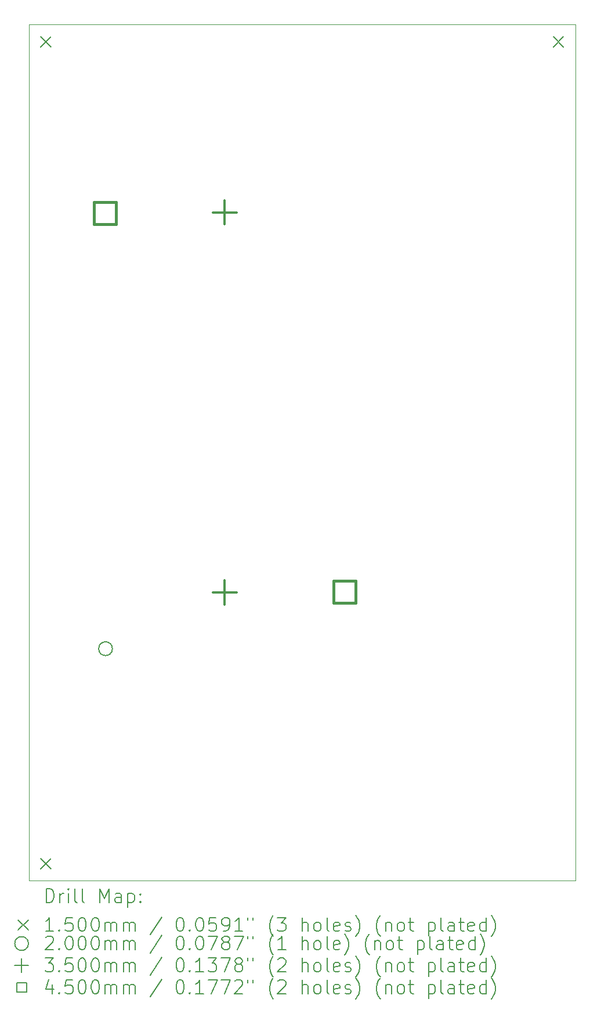
<source format=gbr>
%TF.GenerationSoftware,KiCad,Pcbnew,8.0.3+dfsg-1*%
%TF.CreationDate,2024-06-23T20:26:25+01:00*%
%TF.ProjectId,low-noise-power-probe-panel,6c6f772d-6e6f-4697-9365-2d706f776572,rev?*%
%TF.SameCoordinates,Original*%
%TF.FileFunction,Drillmap*%
%TF.FilePolarity,Positive*%
%FSLAX45Y45*%
G04 Gerber Fmt 4.5, Leading zero omitted, Abs format (unit mm)*
G04 Created by KiCad (PCBNEW 8.0.3+dfsg-1) date 2024-06-23 20:26:25*
%MOMM*%
%LPD*%
G01*
G04 APERTURE LIST*
%ADD10C,0.100000*%
%ADD11C,0.200000*%
%ADD12C,0.150000*%
%ADD13C,0.350000*%
%ADD14C,0.450000*%
G04 APERTURE END LIST*
D10*
X17010030Y-14479970D02*
X17011227Y-14480000D01*
X17010000Y-14478773D02*
X17010029Y-14479970D01*
X24990000Y-2001227D02*
X24989970Y-2000029D01*
X17011227Y-2000000D02*
X17010030Y-2000029D01*
X17010000Y-2001227D02*
X17010000Y-14478773D01*
X17010029Y-2000029D02*
X17010000Y-2001227D01*
X24990000Y-14478773D02*
X24990000Y-2001227D01*
X24988773Y-2000000D02*
X17011227Y-2000000D01*
X17011227Y-14480000D02*
X24988773Y-14480000D01*
X24989970Y-2000029D02*
X24988773Y-2000000D01*
X24988773Y-14480000D02*
X24989970Y-14479970D01*
X24989970Y-14479970D02*
X24990000Y-14478773D01*
D11*
D12*
X17185000Y-2175000D02*
X17335000Y-2325000D01*
X17335000Y-2175000D02*
X17185000Y-2325000D01*
X17185000Y-14155000D02*
X17335000Y-14305000D01*
X17335000Y-14155000D02*
X17185000Y-14305000D01*
X24665000Y-2175000D02*
X24815000Y-2325000D01*
X24815000Y-2175000D02*
X24665000Y-2325000D01*
D11*
X18230000Y-11097500D02*
G75*
G02*
X18030000Y-11097500I-100000J0D01*
G01*
X18030000Y-11097500D02*
G75*
G02*
X18230000Y-11097500I100000J0D01*
G01*
D13*
X19870000Y-4562500D02*
X19870000Y-4912500D01*
X19695000Y-4737500D02*
X20045000Y-4737500D01*
X19870000Y-10102500D02*
X19870000Y-10452500D01*
X19695000Y-10277500D02*
X20045000Y-10277500D01*
D14*
X18279101Y-4906601D02*
X18279101Y-4588399D01*
X17960899Y-4588399D01*
X17960899Y-4906601D01*
X18279101Y-4906601D01*
X21779101Y-10426601D02*
X21779101Y-10108399D01*
X21460899Y-10108399D01*
X21460899Y-10426601D01*
X21779101Y-10426601D01*
D11*
X17265777Y-14796484D02*
X17265777Y-14596484D01*
X17265777Y-14596484D02*
X17313396Y-14596484D01*
X17313396Y-14596484D02*
X17341967Y-14606008D01*
X17341967Y-14606008D02*
X17361015Y-14625055D01*
X17361015Y-14625055D02*
X17370539Y-14644103D01*
X17370539Y-14644103D02*
X17380063Y-14682198D01*
X17380063Y-14682198D02*
X17380063Y-14710769D01*
X17380063Y-14710769D02*
X17370539Y-14748865D01*
X17370539Y-14748865D02*
X17361015Y-14767912D01*
X17361015Y-14767912D02*
X17341967Y-14786960D01*
X17341967Y-14786960D02*
X17313396Y-14796484D01*
X17313396Y-14796484D02*
X17265777Y-14796484D01*
X17465777Y-14796484D02*
X17465777Y-14663150D01*
X17465777Y-14701246D02*
X17475301Y-14682198D01*
X17475301Y-14682198D02*
X17484824Y-14672674D01*
X17484824Y-14672674D02*
X17503872Y-14663150D01*
X17503872Y-14663150D02*
X17522920Y-14663150D01*
X17589586Y-14796484D02*
X17589586Y-14663150D01*
X17589586Y-14596484D02*
X17580063Y-14606008D01*
X17580063Y-14606008D02*
X17589586Y-14615531D01*
X17589586Y-14615531D02*
X17599110Y-14606008D01*
X17599110Y-14606008D02*
X17589586Y-14596484D01*
X17589586Y-14596484D02*
X17589586Y-14615531D01*
X17713396Y-14796484D02*
X17694348Y-14786960D01*
X17694348Y-14786960D02*
X17684824Y-14767912D01*
X17684824Y-14767912D02*
X17684824Y-14596484D01*
X17818158Y-14796484D02*
X17799110Y-14786960D01*
X17799110Y-14786960D02*
X17789586Y-14767912D01*
X17789586Y-14767912D02*
X17789586Y-14596484D01*
X18046729Y-14796484D02*
X18046729Y-14596484D01*
X18046729Y-14596484D02*
X18113396Y-14739341D01*
X18113396Y-14739341D02*
X18180063Y-14596484D01*
X18180063Y-14596484D02*
X18180063Y-14796484D01*
X18361015Y-14796484D02*
X18361015Y-14691722D01*
X18361015Y-14691722D02*
X18351491Y-14672674D01*
X18351491Y-14672674D02*
X18332444Y-14663150D01*
X18332444Y-14663150D02*
X18294348Y-14663150D01*
X18294348Y-14663150D02*
X18275301Y-14672674D01*
X18361015Y-14786960D02*
X18341967Y-14796484D01*
X18341967Y-14796484D02*
X18294348Y-14796484D01*
X18294348Y-14796484D02*
X18275301Y-14786960D01*
X18275301Y-14786960D02*
X18265777Y-14767912D01*
X18265777Y-14767912D02*
X18265777Y-14748865D01*
X18265777Y-14748865D02*
X18275301Y-14729817D01*
X18275301Y-14729817D02*
X18294348Y-14720293D01*
X18294348Y-14720293D02*
X18341967Y-14720293D01*
X18341967Y-14720293D02*
X18361015Y-14710769D01*
X18456253Y-14663150D02*
X18456253Y-14863150D01*
X18456253Y-14672674D02*
X18475301Y-14663150D01*
X18475301Y-14663150D02*
X18513396Y-14663150D01*
X18513396Y-14663150D02*
X18532444Y-14672674D01*
X18532444Y-14672674D02*
X18541967Y-14682198D01*
X18541967Y-14682198D02*
X18551491Y-14701246D01*
X18551491Y-14701246D02*
X18551491Y-14758388D01*
X18551491Y-14758388D02*
X18541967Y-14777436D01*
X18541967Y-14777436D02*
X18532444Y-14786960D01*
X18532444Y-14786960D02*
X18513396Y-14796484D01*
X18513396Y-14796484D02*
X18475301Y-14796484D01*
X18475301Y-14796484D02*
X18456253Y-14786960D01*
X18637205Y-14777436D02*
X18646729Y-14786960D01*
X18646729Y-14786960D02*
X18637205Y-14796484D01*
X18637205Y-14796484D02*
X18627682Y-14786960D01*
X18627682Y-14786960D02*
X18637205Y-14777436D01*
X18637205Y-14777436D02*
X18637205Y-14796484D01*
X18637205Y-14672674D02*
X18646729Y-14682198D01*
X18646729Y-14682198D02*
X18637205Y-14691722D01*
X18637205Y-14691722D02*
X18627682Y-14682198D01*
X18627682Y-14682198D02*
X18637205Y-14672674D01*
X18637205Y-14672674D02*
X18637205Y-14691722D01*
D12*
X16855000Y-15050000D02*
X17005000Y-15200000D01*
X17005000Y-15050000D02*
X16855000Y-15200000D01*
D11*
X17370539Y-15216484D02*
X17256253Y-15216484D01*
X17313396Y-15216484D02*
X17313396Y-15016484D01*
X17313396Y-15016484D02*
X17294348Y-15045055D01*
X17294348Y-15045055D02*
X17275301Y-15064103D01*
X17275301Y-15064103D02*
X17256253Y-15073627D01*
X17456253Y-15197436D02*
X17465777Y-15206960D01*
X17465777Y-15206960D02*
X17456253Y-15216484D01*
X17456253Y-15216484D02*
X17446729Y-15206960D01*
X17446729Y-15206960D02*
X17456253Y-15197436D01*
X17456253Y-15197436D02*
X17456253Y-15216484D01*
X17646729Y-15016484D02*
X17551491Y-15016484D01*
X17551491Y-15016484D02*
X17541967Y-15111722D01*
X17541967Y-15111722D02*
X17551491Y-15102198D01*
X17551491Y-15102198D02*
X17570539Y-15092674D01*
X17570539Y-15092674D02*
X17618158Y-15092674D01*
X17618158Y-15092674D02*
X17637205Y-15102198D01*
X17637205Y-15102198D02*
X17646729Y-15111722D01*
X17646729Y-15111722D02*
X17656253Y-15130769D01*
X17656253Y-15130769D02*
X17656253Y-15178388D01*
X17656253Y-15178388D02*
X17646729Y-15197436D01*
X17646729Y-15197436D02*
X17637205Y-15206960D01*
X17637205Y-15206960D02*
X17618158Y-15216484D01*
X17618158Y-15216484D02*
X17570539Y-15216484D01*
X17570539Y-15216484D02*
X17551491Y-15206960D01*
X17551491Y-15206960D02*
X17541967Y-15197436D01*
X17780063Y-15016484D02*
X17799110Y-15016484D01*
X17799110Y-15016484D02*
X17818158Y-15026008D01*
X17818158Y-15026008D02*
X17827682Y-15035531D01*
X17827682Y-15035531D02*
X17837205Y-15054579D01*
X17837205Y-15054579D02*
X17846729Y-15092674D01*
X17846729Y-15092674D02*
X17846729Y-15140293D01*
X17846729Y-15140293D02*
X17837205Y-15178388D01*
X17837205Y-15178388D02*
X17827682Y-15197436D01*
X17827682Y-15197436D02*
X17818158Y-15206960D01*
X17818158Y-15206960D02*
X17799110Y-15216484D01*
X17799110Y-15216484D02*
X17780063Y-15216484D01*
X17780063Y-15216484D02*
X17761015Y-15206960D01*
X17761015Y-15206960D02*
X17751491Y-15197436D01*
X17751491Y-15197436D02*
X17741967Y-15178388D01*
X17741967Y-15178388D02*
X17732444Y-15140293D01*
X17732444Y-15140293D02*
X17732444Y-15092674D01*
X17732444Y-15092674D02*
X17741967Y-15054579D01*
X17741967Y-15054579D02*
X17751491Y-15035531D01*
X17751491Y-15035531D02*
X17761015Y-15026008D01*
X17761015Y-15026008D02*
X17780063Y-15016484D01*
X17970539Y-15016484D02*
X17989586Y-15016484D01*
X17989586Y-15016484D02*
X18008634Y-15026008D01*
X18008634Y-15026008D02*
X18018158Y-15035531D01*
X18018158Y-15035531D02*
X18027682Y-15054579D01*
X18027682Y-15054579D02*
X18037205Y-15092674D01*
X18037205Y-15092674D02*
X18037205Y-15140293D01*
X18037205Y-15140293D02*
X18027682Y-15178388D01*
X18027682Y-15178388D02*
X18018158Y-15197436D01*
X18018158Y-15197436D02*
X18008634Y-15206960D01*
X18008634Y-15206960D02*
X17989586Y-15216484D01*
X17989586Y-15216484D02*
X17970539Y-15216484D01*
X17970539Y-15216484D02*
X17951491Y-15206960D01*
X17951491Y-15206960D02*
X17941967Y-15197436D01*
X17941967Y-15197436D02*
X17932444Y-15178388D01*
X17932444Y-15178388D02*
X17922920Y-15140293D01*
X17922920Y-15140293D02*
X17922920Y-15092674D01*
X17922920Y-15092674D02*
X17932444Y-15054579D01*
X17932444Y-15054579D02*
X17941967Y-15035531D01*
X17941967Y-15035531D02*
X17951491Y-15026008D01*
X17951491Y-15026008D02*
X17970539Y-15016484D01*
X18122920Y-15216484D02*
X18122920Y-15083150D01*
X18122920Y-15102198D02*
X18132444Y-15092674D01*
X18132444Y-15092674D02*
X18151491Y-15083150D01*
X18151491Y-15083150D02*
X18180063Y-15083150D01*
X18180063Y-15083150D02*
X18199110Y-15092674D01*
X18199110Y-15092674D02*
X18208634Y-15111722D01*
X18208634Y-15111722D02*
X18208634Y-15216484D01*
X18208634Y-15111722D02*
X18218158Y-15092674D01*
X18218158Y-15092674D02*
X18237205Y-15083150D01*
X18237205Y-15083150D02*
X18265777Y-15083150D01*
X18265777Y-15083150D02*
X18284825Y-15092674D01*
X18284825Y-15092674D02*
X18294348Y-15111722D01*
X18294348Y-15111722D02*
X18294348Y-15216484D01*
X18389586Y-15216484D02*
X18389586Y-15083150D01*
X18389586Y-15102198D02*
X18399110Y-15092674D01*
X18399110Y-15092674D02*
X18418158Y-15083150D01*
X18418158Y-15083150D02*
X18446729Y-15083150D01*
X18446729Y-15083150D02*
X18465777Y-15092674D01*
X18465777Y-15092674D02*
X18475301Y-15111722D01*
X18475301Y-15111722D02*
X18475301Y-15216484D01*
X18475301Y-15111722D02*
X18484825Y-15092674D01*
X18484825Y-15092674D02*
X18503872Y-15083150D01*
X18503872Y-15083150D02*
X18532444Y-15083150D01*
X18532444Y-15083150D02*
X18551491Y-15092674D01*
X18551491Y-15092674D02*
X18561015Y-15111722D01*
X18561015Y-15111722D02*
X18561015Y-15216484D01*
X18951491Y-15006960D02*
X18780063Y-15264103D01*
X19208634Y-15016484D02*
X19227682Y-15016484D01*
X19227682Y-15016484D02*
X19246729Y-15026008D01*
X19246729Y-15026008D02*
X19256253Y-15035531D01*
X19256253Y-15035531D02*
X19265777Y-15054579D01*
X19265777Y-15054579D02*
X19275301Y-15092674D01*
X19275301Y-15092674D02*
X19275301Y-15140293D01*
X19275301Y-15140293D02*
X19265777Y-15178388D01*
X19265777Y-15178388D02*
X19256253Y-15197436D01*
X19256253Y-15197436D02*
X19246729Y-15206960D01*
X19246729Y-15206960D02*
X19227682Y-15216484D01*
X19227682Y-15216484D02*
X19208634Y-15216484D01*
X19208634Y-15216484D02*
X19189587Y-15206960D01*
X19189587Y-15206960D02*
X19180063Y-15197436D01*
X19180063Y-15197436D02*
X19170539Y-15178388D01*
X19170539Y-15178388D02*
X19161015Y-15140293D01*
X19161015Y-15140293D02*
X19161015Y-15092674D01*
X19161015Y-15092674D02*
X19170539Y-15054579D01*
X19170539Y-15054579D02*
X19180063Y-15035531D01*
X19180063Y-15035531D02*
X19189587Y-15026008D01*
X19189587Y-15026008D02*
X19208634Y-15016484D01*
X19361015Y-15197436D02*
X19370539Y-15206960D01*
X19370539Y-15206960D02*
X19361015Y-15216484D01*
X19361015Y-15216484D02*
X19351491Y-15206960D01*
X19351491Y-15206960D02*
X19361015Y-15197436D01*
X19361015Y-15197436D02*
X19361015Y-15216484D01*
X19494348Y-15016484D02*
X19513396Y-15016484D01*
X19513396Y-15016484D02*
X19532444Y-15026008D01*
X19532444Y-15026008D02*
X19541968Y-15035531D01*
X19541968Y-15035531D02*
X19551491Y-15054579D01*
X19551491Y-15054579D02*
X19561015Y-15092674D01*
X19561015Y-15092674D02*
X19561015Y-15140293D01*
X19561015Y-15140293D02*
X19551491Y-15178388D01*
X19551491Y-15178388D02*
X19541968Y-15197436D01*
X19541968Y-15197436D02*
X19532444Y-15206960D01*
X19532444Y-15206960D02*
X19513396Y-15216484D01*
X19513396Y-15216484D02*
X19494348Y-15216484D01*
X19494348Y-15216484D02*
X19475301Y-15206960D01*
X19475301Y-15206960D02*
X19465777Y-15197436D01*
X19465777Y-15197436D02*
X19456253Y-15178388D01*
X19456253Y-15178388D02*
X19446729Y-15140293D01*
X19446729Y-15140293D02*
X19446729Y-15092674D01*
X19446729Y-15092674D02*
X19456253Y-15054579D01*
X19456253Y-15054579D02*
X19465777Y-15035531D01*
X19465777Y-15035531D02*
X19475301Y-15026008D01*
X19475301Y-15026008D02*
X19494348Y-15016484D01*
X19741968Y-15016484D02*
X19646729Y-15016484D01*
X19646729Y-15016484D02*
X19637206Y-15111722D01*
X19637206Y-15111722D02*
X19646729Y-15102198D01*
X19646729Y-15102198D02*
X19665777Y-15092674D01*
X19665777Y-15092674D02*
X19713396Y-15092674D01*
X19713396Y-15092674D02*
X19732444Y-15102198D01*
X19732444Y-15102198D02*
X19741968Y-15111722D01*
X19741968Y-15111722D02*
X19751491Y-15130769D01*
X19751491Y-15130769D02*
X19751491Y-15178388D01*
X19751491Y-15178388D02*
X19741968Y-15197436D01*
X19741968Y-15197436D02*
X19732444Y-15206960D01*
X19732444Y-15206960D02*
X19713396Y-15216484D01*
X19713396Y-15216484D02*
X19665777Y-15216484D01*
X19665777Y-15216484D02*
X19646729Y-15206960D01*
X19646729Y-15206960D02*
X19637206Y-15197436D01*
X19846729Y-15216484D02*
X19884825Y-15216484D01*
X19884825Y-15216484D02*
X19903872Y-15206960D01*
X19903872Y-15206960D02*
X19913396Y-15197436D01*
X19913396Y-15197436D02*
X19932444Y-15168865D01*
X19932444Y-15168865D02*
X19941968Y-15130769D01*
X19941968Y-15130769D02*
X19941968Y-15054579D01*
X19941968Y-15054579D02*
X19932444Y-15035531D01*
X19932444Y-15035531D02*
X19922920Y-15026008D01*
X19922920Y-15026008D02*
X19903872Y-15016484D01*
X19903872Y-15016484D02*
X19865777Y-15016484D01*
X19865777Y-15016484D02*
X19846729Y-15026008D01*
X19846729Y-15026008D02*
X19837206Y-15035531D01*
X19837206Y-15035531D02*
X19827682Y-15054579D01*
X19827682Y-15054579D02*
X19827682Y-15102198D01*
X19827682Y-15102198D02*
X19837206Y-15121246D01*
X19837206Y-15121246D02*
X19846729Y-15130769D01*
X19846729Y-15130769D02*
X19865777Y-15140293D01*
X19865777Y-15140293D02*
X19903872Y-15140293D01*
X19903872Y-15140293D02*
X19922920Y-15130769D01*
X19922920Y-15130769D02*
X19932444Y-15121246D01*
X19932444Y-15121246D02*
X19941968Y-15102198D01*
X20132444Y-15216484D02*
X20018158Y-15216484D01*
X20075301Y-15216484D02*
X20075301Y-15016484D01*
X20075301Y-15016484D02*
X20056253Y-15045055D01*
X20056253Y-15045055D02*
X20037206Y-15064103D01*
X20037206Y-15064103D02*
X20018158Y-15073627D01*
X20208634Y-15016484D02*
X20208634Y-15054579D01*
X20284825Y-15016484D02*
X20284825Y-15054579D01*
X20580063Y-15292674D02*
X20570539Y-15283150D01*
X20570539Y-15283150D02*
X20551491Y-15254579D01*
X20551491Y-15254579D02*
X20541968Y-15235531D01*
X20541968Y-15235531D02*
X20532444Y-15206960D01*
X20532444Y-15206960D02*
X20522920Y-15159341D01*
X20522920Y-15159341D02*
X20522920Y-15121246D01*
X20522920Y-15121246D02*
X20532444Y-15073627D01*
X20532444Y-15073627D02*
X20541968Y-15045055D01*
X20541968Y-15045055D02*
X20551491Y-15026008D01*
X20551491Y-15026008D02*
X20570539Y-14997436D01*
X20570539Y-14997436D02*
X20580063Y-14987912D01*
X20637206Y-15016484D02*
X20761015Y-15016484D01*
X20761015Y-15016484D02*
X20694349Y-15092674D01*
X20694349Y-15092674D02*
X20722920Y-15092674D01*
X20722920Y-15092674D02*
X20741968Y-15102198D01*
X20741968Y-15102198D02*
X20751491Y-15111722D01*
X20751491Y-15111722D02*
X20761015Y-15130769D01*
X20761015Y-15130769D02*
X20761015Y-15178388D01*
X20761015Y-15178388D02*
X20751491Y-15197436D01*
X20751491Y-15197436D02*
X20741968Y-15206960D01*
X20741968Y-15206960D02*
X20722920Y-15216484D01*
X20722920Y-15216484D02*
X20665777Y-15216484D01*
X20665777Y-15216484D02*
X20646730Y-15206960D01*
X20646730Y-15206960D02*
X20637206Y-15197436D01*
X20999111Y-15216484D02*
X20999111Y-15016484D01*
X21084825Y-15216484D02*
X21084825Y-15111722D01*
X21084825Y-15111722D02*
X21075301Y-15092674D01*
X21075301Y-15092674D02*
X21056253Y-15083150D01*
X21056253Y-15083150D02*
X21027682Y-15083150D01*
X21027682Y-15083150D02*
X21008634Y-15092674D01*
X21008634Y-15092674D02*
X20999111Y-15102198D01*
X21208634Y-15216484D02*
X21189587Y-15206960D01*
X21189587Y-15206960D02*
X21180063Y-15197436D01*
X21180063Y-15197436D02*
X21170539Y-15178388D01*
X21170539Y-15178388D02*
X21170539Y-15121246D01*
X21170539Y-15121246D02*
X21180063Y-15102198D01*
X21180063Y-15102198D02*
X21189587Y-15092674D01*
X21189587Y-15092674D02*
X21208634Y-15083150D01*
X21208634Y-15083150D02*
X21237206Y-15083150D01*
X21237206Y-15083150D02*
X21256253Y-15092674D01*
X21256253Y-15092674D02*
X21265777Y-15102198D01*
X21265777Y-15102198D02*
X21275301Y-15121246D01*
X21275301Y-15121246D02*
X21275301Y-15178388D01*
X21275301Y-15178388D02*
X21265777Y-15197436D01*
X21265777Y-15197436D02*
X21256253Y-15206960D01*
X21256253Y-15206960D02*
X21237206Y-15216484D01*
X21237206Y-15216484D02*
X21208634Y-15216484D01*
X21389587Y-15216484D02*
X21370539Y-15206960D01*
X21370539Y-15206960D02*
X21361015Y-15187912D01*
X21361015Y-15187912D02*
X21361015Y-15016484D01*
X21541968Y-15206960D02*
X21522920Y-15216484D01*
X21522920Y-15216484D02*
X21484825Y-15216484D01*
X21484825Y-15216484D02*
X21465777Y-15206960D01*
X21465777Y-15206960D02*
X21456253Y-15187912D01*
X21456253Y-15187912D02*
X21456253Y-15111722D01*
X21456253Y-15111722D02*
X21465777Y-15092674D01*
X21465777Y-15092674D02*
X21484825Y-15083150D01*
X21484825Y-15083150D02*
X21522920Y-15083150D01*
X21522920Y-15083150D02*
X21541968Y-15092674D01*
X21541968Y-15092674D02*
X21551492Y-15111722D01*
X21551492Y-15111722D02*
X21551492Y-15130769D01*
X21551492Y-15130769D02*
X21456253Y-15149817D01*
X21627682Y-15206960D02*
X21646730Y-15216484D01*
X21646730Y-15216484D02*
X21684825Y-15216484D01*
X21684825Y-15216484D02*
X21703873Y-15206960D01*
X21703873Y-15206960D02*
X21713396Y-15187912D01*
X21713396Y-15187912D02*
X21713396Y-15178388D01*
X21713396Y-15178388D02*
X21703873Y-15159341D01*
X21703873Y-15159341D02*
X21684825Y-15149817D01*
X21684825Y-15149817D02*
X21656253Y-15149817D01*
X21656253Y-15149817D02*
X21637206Y-15140293D01*
X21637206Y-15140293D02*
X21627682Y-15121246D01*
X21627682Y-15121246D02*
X21627682Y-15111722D01*
X21627682Y-15111722D02*
X21637206Y-15092674D01*
X21637206Y-15092674D02*
X21656253Y-15083150D01*
X21656253Y-15083150D02*
X21684825Y-15083150D01*
X21684825Y-15083150D02*
X21703873Y-15092674D01*
X21780063Y-15292674D02*
X21789587Y-15283150D01*
X21789587Y-15283150D02*
X21808634Y-15254579D01*
X21808634Y-15254579D02*
X21818158Y-15235531D01*
X21818158Y-15235531D02*
X21827682Y-15206960D01*
X21827682Y-15206960D02*
X21837206Y-15159341D01*
X21837206Y-15159341D02*
X21837206Y-15121246D01*
X21837206Y-15121246D02*
X21827682Y-15073627D01*
X21827682Y-15073627D02*
X21818158Y-15045055D01*
X21818158Y-15045055D02*
X21808634Y-15026008D01*
X21808634Y-15026008D02*
X21789587Y-14997436D01*
X21789587Y-14997436D02*
X21780063Y-14987912D01*
X22141968Y-15292674D02*
X22132444Y-15283150D01*
X22132444Y-15283150D02*
X22113396Y-15254579D01*
X22113396Y-15254579D02*
X22103873Y-15235531D01*
X22103873Y-15235531D02*
X22094349Y-15206960D01*
X22094349Y-15206960D02*
X22084825Y-15159341D01*
X22084825Y-15159341D02*
X22084825Y-15121246D01*
X22084825Y-15121246D02*
X22094349Y-15073627D01*
X22094349Y-15073627D02*
X22103873Y-15045055D01*
X22103873Y-15045055D02*
X22113396Y-15026008D01*
X22113396Y-15026008D02*
X22132444Y-14997436D01*
X22132444Y-14997436D02*
X22141968Y-14987912D01*
X22218158Y-15083150D02*
X22218158Y-15216484D01*
X22218158Y-15102198D02*
X22227682Y-15092674D01*
X22227682Y-15092674D02*
X22246730Y-15083150D01*
X22246730Y-15083150D02*
X22275301Y-15083150D01*
X22275301Y-15083150D02*
X22294349Y-15092674D01*
X22294349Y-15092674D02*
X22303873Y-15111722D01*
X22303873Y-15111722D02*
X22303873Y-15216484D01*
X22427682Y-15216484D02*
X22408634Y-15206960D01*
X22408634Y-15206960D02*
X22399111Y-15197436D01*
X22399111Y-15197436D02*
X22389587Y-15178388D01*
X22389587Y-15178388D02*
X22389587Y-15121246D01*
X22389587Y-15121246D02*
X22399111Y-15102198D01*
X22399111Y-15102198D02*
X22408634Y-15092674D01*
X22408634Y-15092674D02*
X22427682Y-15083150D01*
X22427682Y-15083150D02*
X22456253Y-15083150D01*
X22456253Y-15083150D02*
X22475301Y-15092674D01*
X22475301Y-15092674D02*
X22484825Y-15102198D01*
X22484825Y-15102198D02*
X22494349Y-15121246D01*
X22494349Y-15121246D02*
X22494349Y-15178388D01*
X22494349Y-15178388D02*
X22484825Y-15197436D01*
X22484825Y-15197436D02*
X22475301Y-15206960D01*
X22475301Y-15206960D02*
X22456253Y-15216484D01*
X22456253Y-15216484D02*
X22427682Y-15216484D01*
X22551492Y-15083150D02*
X22627682Y-15083150D01*
X22580063Y-15016484D02*
X22580063Y-15187912D01*
X22580063Y-15187912D02*
X22589587Y-15206960D01*
X22589587Y-15206960D02*
X22608634Y-15216484D01*
X22608634Y-15216484D02*
X22627682Y-15216484D01*
X22846730Y-15083150D02*
X22846730Y-15283150D01*
X22846730Y-15092674D02*
X22865777Y-15083150D01*
X22865777Y-15083150D02*
X22903873Y-15083150D01*
X22903873Y-15083150D02*
X22922920Y-15092674D01*
X22922920Y-15092674D02*
X22932444Y-15102198D01*
X22932444Y-15102198D02*
X22941968Y-15121246D01*
X22941968Y-15121246D02*
X22941968Y-15178388D01*
X22941968Y-15178388D02*
X22932444Y-15197436D01*
X22932444Y-15197436D02*
X22922920Y-15206960D01*
X22922920Y-15206960D02*
X22903873Y-15216484D01*
X22903873Y-15216484D02*
X22865777Y-15216484D01*
X22865777Y-15216484D02*
X22846730Y-15206960D01*
X23056253Y-15216484D02*
X23037206Y-15206960D01*
X23037206Y-15206960D02*
X23027682Y-15187912D01*
X23027682Y-15187912D02*
X23027682Y-15016484D01*
X23218158Y-15216484D02*
X23218158Y-15111722D01*
X23218158Y-15111722D02*
X23208634Y-15092674D01*
X23208634Y-15092674D02*
X23189587Y-15083150D01*
X23189587Y-15083150D02*
X23151492Y-15083150D01*
X23151492Y-15083150D02*
X23132444Y-15092674D01*
X23218158Y-15206960D02*
X23199111Y-15216484D01*
X23199111Y-15216484D02*
X23151492Y-15216484D01*
X23151492Y-15216484D02*
X23132444Y-15206960D01*
X23132444Y-15206960D02*
X23122920Y-15187912D01*
X23122920Y-15187912D02*
X23122920Y-15168865D01*
X23122920Y-15168865D02*
X23132444Y-15149817D01*
X23132444Y-15149817D02*
X23151492Y-15140293D01*
X23151492Y-15140293D02*
X23199111Y-15140293D01*
X23199111Y-15140293D02*
X23218158Y-15130769D01*
X23284825Y-15083150D02*
X23361015Y-15083150D01*
X23313396Y-15016484D02*
X23313396Y-15187912D01*
X23313396Y-15187912D02*
X23322920Y-15206960D01*
X23322920Y-15206960D02*
X23341968Y-15216484D01*
X23341968Y-15216484D02*
X23361015Y-15216484D01*
X23503873Y-15206960D02*
X23484825Y-15216484D01*
X23484825Y-15216484D02*
X23446730Y-15216484D01*
X23446730Y-15216484D02*
X23427682Y-15206960D01*
X23427682Y-15206960D02*
X23418158Y-15187912D01*
X23418158Y-15187912D02*
X23418158Y-15111722D01*
X23418158Y-15111722D02*
X23427682Y-15092674D01*
X23427682Y-15092674D02*
X23446730Y-15083150D01*
X23446730Y-15083150D02*
X23484825Y-15083150D01*
X23484825Y-15083150D02*
X23503873Y-15092674D01*
X23503873Y-15092674D02*
X23513396Y-15111722D01*
X23513396Y-15111722D02*
X23513396Y-15130769D01*
X23513396Y-15130769D02*
X23418158Y-15149817D01*
X23684825Y-15216484D02*
X23684825Y-15016484D01*
X23684825Y-15206960D02*
X23665777Y-15216484D01*
X23665777Y-15216484D02*
X23627682Y-15216484D01*
X23627682Y-15216484D02*
X23608634Y-15206960D01*
X23608634Y-15206960D02*
X23599111Y-15197436D01*
X23599111Y-15197436D02*
X23589587Y-15178388D01*
X23589587Y-15178388D02*
X23589587Y-15121246D01*
X23589587Y-15121246D02*
X23599111Y-15102198D01*
X23599111Y-15102198D02*
X23608634Y-15092674D01*
X23608634Y-15092674D02*
X23627682Y-15083150D01*
X23627682Y-15083150D02*
X23665777Y-15083150D01*
X23665777Y-15083150D02*
X23684825Y-15092674D01*
X23761015Y-15292674D02*
X23770539Y-15283150D01*
X23770539Y-15283150D02*
X23789587Y-15254579D01*
X23789587Y-15254579D02*
X23799111Y-15235531D01*
X23799111Y-15235531D02*
X23808634Y-15206960D01*
X23808634Y-15206960D02*
X23818158Y-15159341D01*
X23818158Y-15159341D02*
X23818158Y-15121246D01*
X23818158Y-15121246D02*
X23808634Y-15073627D01*
X23808634Y-15073627D02*
X23799111Y-15045055D01*
X23799111Y-15045055D02*
X23789587Y-15026008D01*
X23789587Y-15026008D02*
X23770539Y-14997436D01*
X23770539Y-14997436D02*
X23761015Y-14987912D01*
X17005000Y-15395000D02*
G75*
G02*
X16805000Y-15395000I-100000J0D01*
G01*
X16805000Y-15395000D02*
G75*
G02*
X17005000Y-15395000I100000J0D01*
G01*
X17256253Y-15305531D02*
X17265777Y-15296008D01*
X17265777Y-15296008D02*
X17284824Y-15286484D01*
X17284824Y-15286484D02*
X17332444Y-15286484D01*
X17332444Y-15286484D02*
X17351491Y-15296008D01*
X17351491Y-15296008D02*
X17361015Y-15305531D01*
X17361015Y-15305531D02*
X17370539Y-15324579D01*
X17370539Y-15324579D02*
X17370539Y-15343627D01*
X17370539Y-15343627D02*
X17361015Y-15372198D01*
X17361015Y-15372198D02*
X17246729Y-15486484D01*
X17246729Y-15486484D02*
X17370539Y-15486484D01*
X17456253Y-15467436D02*
X17465777Y-15476960D01*
X17465777Y-15476960D02*
X17456253Y-15486484D01*
X17456253Y-15486484D02*
X17446729Y-15476960D01*
X17446729Y-15476960D02*
X17456253Y-15467436D01*
X17456253Y-15467436D02*
X17456253Y-15486484D01*
X17589586Y-15286484D02*
X17608634Y-15286484D01*
X17608634Y-15286484D02*
X17627682Y-15296008D01*
X17627682Y-15296008D02*
X17637205Y-15305531D01*
X17637205Y-15305531D02*
X17646729Y-15324579D01*
X17646729Y-15324579D02*
X17656253Y-15362674D01*
X17656253Y-15362674D02*
X17656253Y-15410293D01*
X17656253Y-15410293D02*
X17646729Y-15448388D01*
X17646729Y-15448388D02*
X17637205Y-15467436D01*
X17637205Y-15467436D02*
X17627682Y-15476960D01*
X17627682Y-15476960D02*
X17608634Y-15486484D01*
X17608634Y-15486484D02*
X17589586Y-15486484D01*
X17589586Y-15486484D02*
X17570539Y-15476960D01*
X17570539Y-15476960D02*
X17561015Y-15467436D01*
X17561015Y-15467436D02*
X17551491Y-15448388D01*
X17551491Y-15448388D02*
X17541967Y-15410293D01*
X17541967Y-15410293D02*
X17541967Y-15362674D01*
X17541967Y-15362674D02*
X17551491Y-15324579D01*
X17551491Y-15324579D02*
X17561015Y-15305531D01*
X17561015Y-15305531D02*
X17570539Y-15296008D01*
X17570539Y-15296008D02*
X17589586Y-15286484D01*
X17780063Y-15286484D02*
X17799110Y-15286484D01*
X17799110Y-15286484D02*
X17818158Y-15296008D01*
X17818158Y-15296008D02*
X17827682Y-15305531D01*
X17827682Y-15305531D02*
X17837205Y-15324579D01*
X17837205Y-15324579D02*
X17846729Y-15362674D01*
X17846729Y-15362674D02*
X17846729Y-15410293D01*
X17846729Y-15410293D02*
X17837205Y-15448388D01*
X17837205Y-15448388D02*
X17827682Y-15467436D01*
X17827682Y-15467436D02*
X17818158Y-15476960D01*
X17818158Y-15476960D02*
X17799110Y-15486484D01*
X17799110Y-15486484D02*
X17780063Y-15486484D01*
X17780063Y-15486484D02*
X17761015Y-15476960D01*
X17761015Y-15476960D02*
X17751491Y-15467436D01*
X17751491Y-15467436D02*
X17741967Y-15448388D01*
X17741967Y-15448388D02*
X17732444Y-15410293D01*
X17732444Y-15410293D02*
X17732444Y-15362674D01*
X17732444Y-15362674D02*
X17741967Y-15324579D01*
X17741967Y-15324579D02*
X17751491Y-15305531D01*
X17751491Y-15305531D02*
X17761015Y-15296008D01*
X17761015Y-15296008D02*
X17780063Y-15286484D01*
X17970539Y-15286484D02*
X17989586Y-15286484D01*
X17989586Y-15286484D02*
X18008634Y-15296008D01*
X18008634Y-15296008D02*
X18018158Y-15305531D01*
X18018158Y-15305531D02*
X18027682Y-15324579D01*
X18027682Y-15324579D02*
X18037205Y-15362674D01*
X18037205Y-15362674D02*
X18037205Y-15410293D01*
X18037205Y-15410293D02*
X18027682Y-15448388D01*
X18027682Y-15448388D02*
X18018158Y-15467436D01*
X18018158Y-15467436D02*
X18008634Y-15476960D01*
X18008634Y-15476960D02*
X17989586Y-15486484D01*
X17989586Y-15486484D02*
X17970539Y-15486484D01*
X17970539Y-15486484D02*
X17951491Y-15476960D01*
X17951491Y-15476960D02*
X17941967Y-15467436D01*
X17941967Y-15467436D02*
X17932444Y-15448388D01*
X17932444Y-15448388D02*
X17922920Y-15410293D01*
X17922920Y-15410293D02*
X17922920Y-15362674D01*
X17922920Y-15362674D02*
X17932444Y-15324579D01*
X17932444Y-15324579D02*
X17941967Y-15305531D01*
X17941967Y-15305531D02*
X17951491Y-15296008D01*
X17951491Y-15296008D02*
X17970539Y-15286484D01*
X18122920Y-15486484D02*
X18122920Y-15353150D01*
X18122920Y-15372198D02*
X18132444Y-15362674D01*
X18132444Y-15362674D02*
X18151491Y-15353150D01*
X18151491Y-15353150D02*
X18180063Y-15353150D01*
X18180063Y-15353150D02*
X18199110Y-15362674D01*
X18199110Y-15362674D02*
X18208634Y-15381722D01*
X18208634Y-15381722D02*
X18208634Y-15486484D01*
X18208634Y-15381722D02*
X18218158Y-15362674D01*
X18218158Y-15362674D02*
X18237205Y-15353150D01*
X18237205Y-15353150D02*
X18265777Y-15353150D01*
X18265777Y-15353150D02*
X18284825Y-15362674D01*
X18284825Y-15362674D02*
X18294348Y-15381722D01*
X18294348Y-15381722D02*
X18294348Y-15486484D01*
X18389586Y-15486484D02*
X18389586Y-15353150D01*
X18389586Y-15372198D02*
X18399110Y-15362674D01*
X18399110Y-15362674D02*
X18418158Y-15353150D01*
X18418158Y-15353150D02*
X18446729Y-15353150D01*
X18446729Y-15353150D02*
X18465777Y-15362674D01*
X18465777Y-15362674D02*
X18475301Y-15381722D01*
X18475301Y-15381722D02*
X18475301Y-15486484D01*
X18475301Y-15381722D02*
X18484825Y-15362674D01*
X18484825Y-15362674D02*
X18503872Y-15353150D01*
X18503872Y-15353150D02*
X18532444Y-15353150D01*
X18532444Y-15353150D02*
X18551491Y-15362674D01*
X18551491Y-15362674D02*
X18561015Y-15381722D01*
X18561015Y-15381722D02*
X18561015Y-15486484D01*
X18951491Y-15276960D02*
X18780063Y-15534103D01*
X19208634Y-15286484D02*
X19227682Y-15286484D01*
X19227682Y-15286484D02*
X19246729Y-15296008D01*
X19246729Y-15296008D02*
X19256253Y-15305531D01*
X19256253Y-15305531D02*
X19265777Y-15324579D01*
X19265777Y-15324579D02*
X19275301Y-15362674D01*
X19275301Y-15362674D02*
X19275301Y-15410293D01*
X19275301Y-15410293D02*
X19265777Y-15448388D01*
X19265777Y-15448388D02*
X19256253Y-15467436D01*
X19256253Y-15467436D02*
X19246729Y-15476960D01*
X19246729Y-15476960D02*
X19227682Y-15486484D01*
X19227682Y-15486484D02*
X19208634Y-15486484D01*
X19208634Y-15486484D02*
X19189587Y-15476960D01*
X19189587Y-15476960D02*
X19180063Y-15467436D01*
X19180063Y-15467436D02*
X19170539Y-15448388D01*
X19170539Y-15448388D02*
X19161015Y-15410293D01*
X19161015Y-15410293D02*
X19161015Y-15362674D01*
X19161015Y-15362674D02*
X19170539Y-15324579D01*
X19170539Y-15324579D02*
X19180063Y-15305531D01*
X19180063Y-15305531D02*
X19189587Y-15296008D01*
X19189587Y-15296008D02*
X19208634Y-15286484D01*
X19361015Y-15467436D02*
X19370539Y-15476960D01*
X19370539Y-15476960D02*
X19361015Y-15486484D01*
X19361015Y-15486484D02*
X19351491Y-15476960D01*
X19351491Y-15476960D02*
X19361015Y-15467436D01*
X19361015Y-15467436D02*
X19361015Y-15486484D01*
X19494348Y-15286484D02*
X19513396Y-15286484D01*
X19513396Y-15286484D02*
X19532444Y-15296008D01*
X19532444Y-15296008D02*
X19541968Y-15305531D01*
X19541968Y-15305531D02*
X19551491Y-15324579D01*
X19551491Y-15324579D02*
X19561015Y-15362674D01*
X19561015Y-15362674D02*
X19561015Y-15410293D01*
X19561015Y-15410293D02*
X19551491Y-15448388D01*
X19551491Y-15448388D02*
X19541968Y-15467436D01*
X19541968Y-15467436D02*
X19532444Y-15476960D01*
X19532444Y-15476960D02*
X19513396Y-15486484D01*
X19513396Y-15486484D02*
X19494348Y-15486484D01*
X19494348Y-15486484D02*
X19475301Y-15476960D01*
X19475301Y-15476960D02*
X19465777Y-15467436D01*
X19465777Y-15467436D02*
X19456253Y-15448388D01*
X19456253Y-15448388D02*
X19446729Y-15410293D01*
X19446729Y-15410293D02*
X19446729Y-15362674D01*
X19446729Y-15362674D02*
X19456253Y-15324579D01*
X19456253Y-15324579D02*
X19465777Y-15305531D01*
X19465777Y-15305531D02*
X19475301Y-15296008D01*
X19475301Y-15296008D02*
X19494348Y-15286484D01*
X19627682Y-15286484D02*
X19761015Y-15286484D01*
X19761015Y-15286484D02*
X19675301Y-15486484D01*
X19865777Y-15372198D02*
X19846729Y-15362674D01*
X19846729Y-15362674D02*
X19837206Y-15353150D01*
X19837206Y-15353150D02*
X19827682Y-15334103D01*
X19827682Y-15334103D02*
X19827682Y-15324579D01*
X19827682Y-15324579D02*
X19837206Y-15305531D01*
X19837206Y-15305531D02*
X19846729Y-15296008D01*
X19846729Y-15296008D02*
X19865777Y-15286484D01*
X19865777Y-15286484D02*
X19903872Y-15286484D01*
X19903872Y-15286484D02*
X19922920Y-15296008D01*
X19922920Y-15296008D02*
X19932444Y-15305531D01*
X19932444Y-15305531D02*
X19941968Y-15324579D01*
X19941968Y-15324579D02*
X19941968Y-15334103D01*
X19941968Y-15334103D02*
X19932444Y-15353150D01*
X19932444Y-15353150D02*
X19922920Y-15362674D01*
X19922920Y-15362674D02*
X19903872Y-15372198D01*
X19903872Y-15372198D02*
X19865777Y-15372198D01*
X19865777Y-15372198D02*
X19846729Y-15381722D01*
X19846729Y-15381722D02*
X19837206Y-15391246D01*
X19837206Y-15391246D02*
X19827682Y-15410293D01*
X19827682Y-15410293D02*
X19827682Y-15448388D01*
X19827682Y-15448388D02*
X19837206Y-15467436D01*
X19837206Y-15467436D02*
X19846729Y-15476960D01*
X19846729Y-15476960D02*
X19865777Y-15486484D01*
X19865777Y-15486484D02*
X19903872Y-15486484D01*
X19903872Y-15486484D02*
X19922920Y-15476960D01*
X19922920Y-15476960D02*
X19932444Y-15467436D01*
X19932444Y-15467436D02*
X19941968Y-15448388D01*
X19941968Y-15448388D02*
X19941968Y-15410293D01*
X19941968Y-15410293D02*
X19932444Y-15391246D01*
X19932444Y-15391246D02*
X19922920Y-15381722D01*
X19922920Y-15381722D02*
X19903872Y-15372198D01*
X20008634Y-15286484D02*
X20141968Y-15286484D01*
X20141968Y-15286484D02*
X20056253Y-15486484D01*
X20208634Y-15286484D02*
X20208634Y-15324579D01*
X20284825Y-15286484D02*
X20284825Y-15324579D01*
X20580063Y-15562674D02*
X20570539Y-15553150D01*
X20570539Y-15553150D02*
X20551491Y-15524579D01*
X20551491Y-15524579D02*
X20541968Y-15505531D01*
X20541968Y-15505531D02*
X20532444Y-15476960D01*
X20532444Y-15476960D02*
X20522920Y-15429341D01*
X20522920Y-15429341D02*
X20522920Y-15391246D01*
X20522920Y-15391246D02*
X20532444Y-15343627D01*
X20532444Y-15343627D02*
X20541968Y-15315055D01*
X20541968Y-15315055D02*
X20551491Y-15296008D01*
X20551491Y-15296008D02*
X20570539Y-15267436D01*
X20570539Y-15267436D02*
X20580063Y-15257912D01*
X20761015Y-15486484D02*
X20646730Y-15486484D01*
X20703872Y-15486484D02*
X20703872Y-15286484D01*
X20703872Y-15286484D02*
X20684825Y-15315055D01*
X20684825Y-15315055D02*
X20665777Y-15334103D01*
X20665777Y-15334103D02*
X20646730Y-15343627D01*
X20999111Y-15486484D02*
X20999111Y-15286484D01*
X21084825Y-15486484D02*
X21084825Y-15381722D01*
X21084825Y-15381722D02*
X21075301Y-15362674D01*
X21075301Y-15362674D02*
X21056253Y-15353150D01*
X21056253Y-15353150D02*
X21027682Y-15353150D01*
X21027682Y-15353150D02*
X21008634Y-15362674D01*
X21008634Y-15362674D02*
X20999111Y-15372198D01*
X21208634Y-15486484D02*
X21189587Y-15476960D01*
X21189587Y-15476960D02*
X21180063Y-15467436D01*
X21180063Y-15467436D02*
X21170539Y-15448388D01*
X21170539Y-15448388D02*
X21170539Y-15391246D01*
X21170539Y-15391246D02*
X21180063Y-15372198D01*
X21180063Y-15372198D02*
X21189587Y-15362674D01*
X21189587Y-15362674D02*
X21208634Y-15353150D01*
X21208634Y-15353150D02*
X21237206Y-15353150D01*
X21237206Y-15353150D02*
X21256253Y-15362674D01*
X21256253Y-15362674D02*
X21265777Y-15372198D01*
X21265777Y-15372198D02*
X21275301Y-15391246D01*
X21275301Y-15391246D02*
X21275301Y-15448388D01*
X21275301Y-15448388D02*
X21265777Y-15467436D01*
X21265777Y-15467436D02*
X21256253Y-15476960D01*
X21256253Y-15476960D02*
X21237206Y-15486484D01*
X21237206Y-15486484D02*
X21208634Y-15486484D01*
X21389587Y-15486484D02*
X21370539Y-15476960D01*
X21370539Y-15476960D02*
X21361015Y-15457912D01*
X21361015Y-15457912D02*
X21361015Y-15286484D01*
X21541968Y-15476960D02*
X21522920Y-15486484D01*
X21522920Y-15486484D02*
X21484825Y-15486484D01*
X21484825Y-15486484D02*
X21465777Y-15476960D01*
X21465777Y-15476960D02*
X21456253Y-15457912D01*
X21456253Y-15457912D02*
X21456253Y-15381722D01*
X21456253Y-15381722D02*
X21465777Y-15362674D01*
X21465777Y-15362674D02*
X21484825Y-15353150D01*
X21484825Y-15353150D02*
X21522920Y-15353150D01*
X21522920Y-15353150D02*
X21541968Y-15362674D01*
X21541968Y-15362674D02*
X21551492Y-15381722D01*
X21551492Y-15381722D02*
X21551492Y-15400769D01*
X21551492Y-15400769D02*
X21456253Y-15419817D01*
X21618158Y-15562674D02*
X21627682Y-15553150D01*
X21627682Y-15553150D02*
X21646730Y-15524579D01*
X21646730Y-15524579D02*
X21656253Y-15505531D01*
X21656253Y-15505531D02*
X21665777Y-15476960D01*
X21665777Y-15476960D02*
X21675301Y-15429341D01*
X21675301Y-15429341D02*
X21675301Y-15391246D01*
X21675301Y-15391246D02*
X21665777Y-15343627D01*
X21665777Y-15343627D02*
X21656253Y-15315055D01*
X21656253Y-15315055D02*
X21646730Y-15296008D01*
X21646730Y-15296008D02*
X21627682Y-15267436D01*
X21627682Y-15267436D02*
X21618158Y-15257912D01*
X21980063Y-15562674D02*
X21970539Y-15553150D01*
X21970539Y-15553150D02*
X21951492Y-15524579D01*
X21951492Y-15524579D02*
X21941968Y-15505531D01*
X21941968Y-15505531D02*
X21932444Y-15476960D01*
X21932444Y-15476960D02*
X21922920Y-15429341D01*
X21922920Y-15429341D02*
X21922920Y-15391246D01*
X21922920Y-15391246D02*
X21932444Y-15343627D01*
X21932444Y-15343627D02*
X21941968Y-15315055D01*
X21941968Y-15315055D02*
X21951492Y-15296008D01*
X21951492Y-15296008D02*
X21970539Y-15267436D01*
X21970539Y-15267436D02*
X21980063Y-15257912D01*
X22056253Y-15353150D02*
X22056253Y-15486484D01*
X22056253Y-15372198D02*
X22065777Y-15362674D01*
X22065777Y-15362674D02*
X22084825Y-15353150D01*
X22084825Y-15353150D02*
X22113396Y-15353150D01*
X22113396Y-15353150D02*
X22132444Y-15362674D01*
X22132444Y-15362674D02*
X22141968Y-15381722D01*
X22141968Y-15381722D02*
X22141968Y-15486484D01*
X22265777Y-15486484D02*
X22246730Y-15476960D01*
X22246730Y-15476960D02*
X22237206Y-15467436D01*
X22237206Y-15467436D02*
X22227682Y-15448388D01*
X22227682Y-15448388D02*
X22227682Y-15391246D01*
X22227682Y-15391246D02*
X22237206Y-15372198D01*
X22237206Y-15372198D02*
X22246730Y-15362674D01*
X22246730Y-15362674D02*
X22265777Y-15353150D01*
X22265777Y-15353150D02*
X22294349Y-15353150D01*
X22294349Y-15353150D02*
X22313396Y-15362674D01*
X22313396Y-15362674D02*
X22322920Y-15372198D01*
X22322920Y-15372198D02*
X22332444Y-15391246D01*
X22332444Y-15391246D02*
X22332444Y-15448388D01*
X22332444Y-15448388D02*
X22322920Y-15467436D01*
X22322920Y-15467436D02*
X22313396Y-15476960D01*
X22313396Y-15476960D02*
X22294349Y-15486484D01*
X22294349Y-15486484D02*
X22265777Y-15486484D01*
X22389587Y-15353150D02*
X22465777Y-15353150D01*
X22418158Y-15286484D02*
X22418158Y-15457912D01*
X22418158Y-15457912D02*
X22427682Y-15476960D01*
X22427682Y-15476960D02*
X22446730Y-15486484D01*
X22446730Y-15486484D02*
X22465777Y-15486484D01*
X22684825Y-15353150D02*
X22684825Y-15553150D01*
X22684825Y-15362674D02*
X22703872Y-15353150D01*
X22703872Y-15353150D02*
X22741968Y-15353150D01*
X22741968Y-15353150D02*
X22761015Y-15362674D01*
X22761015Y-15362674D02*
X22770539Y-15372198D01*
X22770539Y-15372198D02*
X22780063Y-15391246D01*
X22780063Y-15391246D02*
X22780063Y-15448388D01*
X22780063Y-15448388D02*
X22770539Y-15467436D01*
X22770539Y-15467436D02*
X22761015Y-15476960D01*
X22761015Y-15476960D02*
X22741968Y-15486484D01*
X22741968Y-15486484D02*
X22703872Y-15486484D01*
X22703872Y-15486484D02*
X22684825Y-15476960D01*
X22894349Y-15486484D02*
X22875301Y-15476960D01*
X22875301Y-15476960D02*
X22865777Y-15457912D01*
X22865777Y-15457912D02*
X22865777Y-15286484D01*
X23056253Y-15486484D02*
X23056253Y-15381722D01*
X23056253Y-15381722D02*
X23046730Y-15362674D01*
X23046730Y-15362674D02*
X23027682Y-15353150D01*
X23027682Y-15353150D02*
X22989587Y-15353150D01*
X22989587Y-15353150D02*
X22970539Y-15362674D01*
X23056253Y-15476960D02*
X23037206Y-15486484D01*
X23037206Y-15486484D02*
X22989587Y-15486484D01*
X22989587Y-15486484D02*
X22970539Y-15476960D01*
X22970539Y-15476960D02*
X22961015Y-15457912D01*
X22961015Y-15457912D02*
X22961015Y-15438865D01*
X22961015Y-15438865D02*
X22970539Y-15419817D01*
X22970539Y-15419817D02*
X22989587Y-15410293D01*
X22989587Y-15410293D02*
X23037206Y-15410293D01*
X23037206Y-15410293D02*
X23056253Y-15400769D01*
X23122920Y-15353150D02*
X23199111Y-15353150D01*
X23151492Y-15286484D02*
X23151492Y-15457912D01*
X23151492Y-15457912D02*
X23161015Y-15476960D01*
X23161015Y-15476960D02*
X23180063Y-15486484D01*
X23180063Y-15486484D02*
X23199111Y-15486484D01*
X23341968Y-15476960D02*
X23322920Y-15486484D01*
X23322920Y-15486484D02*
X23284825Y-15486484D01*
X23284825Y-15486484D02*
X23265777Y-15476960D01*
X23265777Y-15476960D02*
X23256253Y-15457912D01*
X23256253Y-15457912D02*
X23256253Y-15381722D01*
X23256253Y-15381722D02*
X23265777Y-15362674D01*
X23265777Y-15362674D02*
X23284825Y-15353150D01*
X23284825Y-15353150D02*
X23322920Y-15353150D01*
X23322920Y-15353150D02*
X23341968Y-15362674D01*
X23341968Y-15362674D02*
X23351492Y-15381722D01*
X23351492Y-15381722D02*
X23351492Y-15400769D01*
X23351492Y-15400769D02*
X23256253Y-15419817D01*
X23522920Y-15486484D02*
X23522920Y-15286484D01*
X23522920Y-15476960D02*
X23503873Y-15486484D01*
X23503873Y-15486484D02*
X23465777Y-15486484D01*
X23465777Y-15486484D02*
X23446730Y-15476960D01*
X23446730Y-15476960D02*
X23437206Y-15467436D01*
X23437206Y-15467436D02*
X23427682Y-15448388D01*
X23427682Y-15448388D02*
X23427682Y-15391246D01*
X23427682Y-15391246D02*
X23437206Y-15372198D01*
X23437206Y-15372198D02*
X23446730Y-15362674D01*
X23446730Y-15362674D02*
X23465777Y-15353150D01*
X23465777Y-15353150D02*
X23503873Y-15353150D01*
X23503873Y-15353150D02*
X23522920Y-15362674D01*
X23599111Y-15562674D02*
X23608634Y-15553150D01*
X23608634Y-15553150D02*
X23627682Y-15524579D01*
X23627682Y-15524579D02*
X23637206Y-15505531D01*
X23637206Y-15505531D02*
X23646730Y-15476960D01*
X23646730Y-15476960D02*
X23656253Y-15429341D01*
X23656253Y-15429341D02*
X23656253Y-15391246D01*
X23656253Y-15391246D02*
X23646730Y-15343627D01*
X23646730Y-15343627D02*
X23637206Y-15315055D01*
X23637206Y-15315055D02*
X23627682Y-15296008D01*
X23627682Y-15296008D02*
X23608634Y-15267436D01*
X23608634Y-15267436D02*
X23599111Y-15257912D01*
X16905000Y-15615000D02*
X16905000Y-15815000D01*
X16805000Y-15715000D02*
X17005000Y-15715000D01*
X17246729Y-15606484D02*
X17370539Y-15606484D01*
X17370539Y-15606484D02*
X17303872Y-15682674D01*
X17303872Y-15682674D02*
X17332444Y-15682674D01*
X17332444Y-15682674D02*
X17351491Y-15692198D01*
X17351491Y-15692198D02*
X17361015Y-15701722D01*
X17361015Y-15701722D02*
X17370539Y-15720769D01*
X17370539Y-15720769D02*
X17370539Y-15768388D01*
X17370539Y-15768388D02*
X17361015Y-15787436D01*
X17361015Y-15787436D02*
X17351491Y-15796960D01*
X17351491Y-15796960D02*
X17332444Y-15806484D01*
X17332444Y-15806484D02*
X17275301Y-15806484D01*
X17275301Y-15806484D02*
X17256253Y-15796960D01*
X17256253Y-15796960D02*
X17246729Y-15787436D01*
X17456253Y-15787436D02*
X17465777Y-15796960D01*
X17465777Y-15796960D02*
X17456253Y-15806484D01*
X17456253Y-15806484D02*
X17446729Y-15796960D01*
X17446729Y-15796960D02*
X17456253Y-15787436D01*
X17456253Y-15787436D02*
X17456253Y-15806484D01*
X17646729Y-15606484D02*
X17551491Y-15606484D01*
X17551491Y-15606484D02*
X17541967Y-15701722D01*
X17541967Y-15701722D02*
X17551491Y-15692198D01*
X17551491Y-15692198D02*
X17570539Y-15682674D01*
X17570539Y-15682674D02*
X17618158Y-15682674D01*
X17618158Y-15682674D02*
X17637205Y-15692198D01*
X17637205Y-15692198D02*
X17646729Y-15701722D01*
X17646729Y-15701722D02*
X17656253Y-15720769D01*
X17656253Y-15720769D02*
X17656253Y-15768388D01*
X17656253Y-15768388D02*
X17646729Y-15787436D01*
X17646729Y-15787436D02*
X17637205Y-15796960D01*
X17637205Y-15796960D02*
X17618158Y-15806484D01*
X17618158Y-15806484D02*
X17570539Y-15806484D01*
X17570539Y-15806484D02*
X17551491Y-15796960D01*
X17551491Y-15796960D02*
X17541967Y-15787436D01*
X17780063Y-15606484D02*
X17799110Y-15606484D01*
X17799110Y-15606484D02*
X17818158Y-15616008D01*
X17818158Y-15616008D02*
X17827682Y-15625531D01*
X17827682Y-15625531D02*
X17837205Y-15644579D01*
X17837205Y-15644579D02*
X17846729Y-15682674D01*
X17846729Y-15682674D02*
X17846729Y-15730293D01*
X17846729Y-15730293D02*
X17837205Y-15768388D01*
X17837205Y-15768388D02*
X17827682Y-15787436D01*
X17827682Y-15787436D02*
X17818158Y-15796960D01*
X17818158Y-15796960D02*
X17799110Y-15806484D01*
X17799110Y-15806484D02*
X17780063Y-15806484D01*
X17780063Y-15806484D02*
X17761015Y-15796960D01*
X17761015Y-15796960D02*
X17751491Y-15787436D01*
X17751491Y-15787436D02*
X17741967Y-15768388D01*
X17741967Y-15768388D02*
X17732444Y-15730293D01*
X17732444Y-15730293D02*
X17732444Y-15682674D01*
X17732444Y-15682674D02*
X17741967Y-15644579D01*
X17741967Y-15644579D02*
X17751491Y-15625531D01*
X17751491Y-15625531D02*
X17761015Y-15616008D01*
X17761015Y-15616008D02*
X17780063Y-15606484D01*
X17970539Y-15606484D02*
X17989586Y-15606484D01*
X17989586Y-15606484D02*
X18008634Y-15616008D01*
X18008634Y-15616008D02*
X18018158Y-15625531D01*
X18018158Y-15625531D02*
X18027682Y-15644579D01*
X18027682Y-15644579D02*
X18037205Y-15682674D01*
X18037205Y-15682674D02*
X18037205Y-15730293D01*
X18037205Y-15730293D02*
X18027682Y-15768388D01*
X18027682Y-15768388D02*
X18018158Y-15787436D01*
X18018158Y-15787436D02*
X18008634Y-15796960D01*
X18008634Y-15796960D02*
X17989586Y-15806484D01*
X17989586Y-15806484D02*
X17970539Y-15806484D01*
X17970539Y-15806484D02*
X17951491Y-15796960D01*
X17951491Y-15796960D02*
X17941967Y-15787436D01*
X17941967Y-15787436D02*
X17932444Y-15768388D01*
X17932444Y-15768388D02*
X17922920Y-15730293D01*
X17922920Y-15730293D02*
X17922920Y-15682674D01*
X17922920Y-15682674D02*
X17932444Y-15644579D01*
X17932444Y-15644579D02*
X17941967Y-15625531D01*
X17941967Y-15625531D02*
X17951491Y-15616008D01*
X17951491Y-15616008D02*
X17970539Y-15606484D01*
X18122920Y-15806484D02*
X18122920Y-15673150D01*
X18122920Y-15692198D02*
X18132444Y-15682674D01*
X18132444Y-15682674D02*
X18151491Y-15673150D01*
X18151491Y-15673150D02*
X18180063Y-15673150D01*
X18180063Y-15673150D02*
X18199110Y-15682674D01*
X18199110Y-15682674D02*
X18208634Y-15701722D01*
X18208634Y-15701722D02*
X18208634Y-15806484D01*
X18208634Y-15701722D02*
X18218158Y-15682674D01*
X18218158Y-15682674D02*
X18237205Y-15673150D01*
X18237205Y-15673150D02*
X18265777Y-15673150D01*
X18265777Y-15673150D02*
X18284825Y-15682674D01*
X18284825Y-15682674D02*
X18294348Y-15701722D01*
X18294348Y-15701722D02*
X18294348Y-15806484D01*
X18389586Y-15806484D02*
X18389586Y-15673150D01*
X18389586Y-15692198D02*
X18399110Y-15682674D01*
X18399110Y-15682674D02*
X18418158Y-15673150D01*
X18418158Y-15673150D02*
X18446729Y-15673150D01*
X18446729Y-15673150D02*
X18465777Y-15682674D01*
X18465777Y-15682674D02*
X18475301Y-15701722D01*
X18475301Y-15701722D02*
X18475301Y-15806484D01*
X18475301Y-15701722D02*
X18484825Y-15682674D01*
X18484825Y-15682674D02*
X18503872Y-15673150D01*
X18503872Y-15673150D02*
X18532444Y-15673150D01*
X18532444Y-15673150D02*
X18551491Y-15682674D01*
X18551491Y-15682674D02*
X18561015Y-15701722D01*
X18561015Y-15701722D02*
X18561015Y-15806484D01*
X18951491Y-15596960D02*
X18780063Y-15854103D01*
X19208634Y-15606484D02*
X19227682Y-15606484D01*
X19227682Y-15606484D02*
X19246729Y-15616008D01*
X19246729Y-15616008D02*
X19256253Y-15625531D01*
X19256253Y-15625531D02*
X19265777Y-15644579D01*
X19265777Y-15644579D02*
X19275301Y-15682674D01*
X19275301Y-15682674D02*
X19275301Y-15730293D01*
X19275301Y-15730293D02*
X19265777Y-15768388D01*
X19265777Y-15768388D02*
X19256253Y-15787436D01*
X19256253Y-15787436D02*
X19246729Y-15796960D01*
X19246729Y-15796960D02*
X19227682Y-15806484D01*
X19227682Y-15806484D02*
X19208634Y-15806484D01*
X19208634Y-15806484D02*
X19189587Y-15796960D01*
X19189587Y-15796960D02*
X19180063Y-15787436D01*
X19180063Y-15787436D02*
X19170539Y-15768388D01*
X19170539Y-15768388D02*
X19161015Y-15730293D01*
X19161015Y-15730293D02*
X19161015Y-15682674D01*
X19161015Y-15682674D02*
X19170539Y-15644579D01*
X19170539Y-15644579D02*
X19180063Y-15625531D01*
X19180063Y-15625531D02*
X19189587Y-15616008D01*
X19189587Y-15616008D02*
X19208634Y-15606484D01*
X19361015Y-15787436D02*
X19370539Y-15796960D01*
X19370539Y-15796960D02*
X19361015Y-15806484D01*
X19361015Y-15806484D02*
X19351491Y-15796960D01*
X19351491Y-15796960D02*
X19361015Y-15787436D01*
X19361015Y-15787436D02*
X19361015Y-15806484D01*
X19561015Y-15806484D02*
X19446729Y-15806484D01*
X19503872Y-15806484D02*
X19503872Y-15606484D01*
X19503872Y-15606484D02*
X19484825Y-15635055D01*
X19484825Y-15635055D02*
X19465777Y-15654103D01*
X19465777Y-15654103D02*
X19446729Y-15663627D01*
X19627682Y-15606484D02*
X19751491Y-15606484D01*
X19751491Y-15606484D02*
X19684825Y-15682674D01*
X19684825Y-15682674D02*
X19713396Y-15682674D01*
X19713396Y-15682674D02*
X19732444Y-15692198D01*
X19732444Y-15692198D02*
X19741968Y-15701722D01*
X19741968Y-15701722D02*
X19751491Y-15720769D01*
X19751491Y-15720769D02*
X19751491Y-15768388D01*
X19751491Y-15768388D02*
X19741968Y-15787436D01*
X19741968Y-15787436D02*
X19732444Y-15796960D01*
X19732444Y-15796960D02*
X19713396Y-15806484D01*
X19713396Y-15806484D02*
X19656253Y-15806484D01*
X19656253Y-15806484D02*
X19637206Y-15796960D01*
X19637206Y-15796960D02*
X19627682Y-15787436D01*
X19818158Y-15606484D02*
X19951491Y-15606484D01*
X19951491Y-15606484D02*
X19865777Y-15806484D01*
X20056253Y-15692198D02*
X20037206Y-15682674D01*
X20037206Y-15682674D02*
X20027682Y-15673150D01*
X20027682Y-15673150D02*
X20018158Y-15654103D01*
X20018158Y-15654103D02*
X20018158Y-15644579D01*
X20018158Y-15644579D02*
X20027682Y-15625531D01*
X20027682Y-15625531D02*
X20037206Y-15616008D01*
X20037206Y-15616008D02*
X20056253Y-15606484D01*
X20056253Y-15606484D02*
X20094349Y-15606484D01*
X20094349Y-15606484D02*
X20113396Y-15616008D01*
X20113396Y-15616008D02*
X20122920Y-15625531D01*
X20122920Y-15625531D02*
X20132444Y-15644579D01*
X20132444Y-15644579D02*
X20132444Y-15654103D01*
X20132444Y-15654103D02*
X20122920Y-15673150D01*
X20122920Y-15673150D02*
X20113396Y-15682674D01*
X20113396Y-15682674D02*
X20094349Y-15692198D01*
X20094349Y-15692198D02*
X20056253Y-15692198D01*
X20056253Y-15692198D02*
X20037206Y-15701722D01*
X20037206Y-15701722D02*
X20027682Y-15711246D01*
X20027682Y-15711246D02*
X20018158Y-15730293D01*
X20018158Y-15730293D02*
X20018158Y-15768388D01*
X20018158Y-15768388D02*
X20027682Y-15787436D01*
X20027682Y-15787436D02*
X20037206Y-15796960D01*
X20037206Y-15796960D02*
X20056253Y-15806484D01*
X20056253Y-15806484D02*
X20094349Y-15806484D01*
X20094349Y-15806484D02*
X20113396Y-15796960D01*
X20113396Y-15796960D02*
X20122920Y-15787436D01*
X20122920Y-15787436D02*
X20132444Y-15768388D01*
X20132444Y-15768388D02*
X20132444Y-15730293D01*
X20132444Y-15730293D02*
X20122920Y-15711246D01*
X20122920Y-15711246D02*
X20113396Y-15701722D01*
X20113396Y-15701722D02*
X20094349Y-15692198D01*
X20208634Y-15606484D02*
X20208634Y-15644579D01*
X20284825Y-15606484D02*
X20284825Y-15644579D01*
X20580063Y-15882674D02*
X20570539Y-15873150D01*
X20570539Y-15873150D02*
X20551491Y-15844579D01*
X20551491Y-15844579D02*
X20541968Y-15825531D01*
X20541968Y-15825531D02*
X20532444Y-15796960D01*
X20532444Y-15796960D02*
X20522920Y-15749341D01*
X20522920Y-15749341D02*
X20522920Y-15711246D01*
X20522920Y-15711246D02*
X20532444Y-15663627D01*
X20532444Y-15663627D02*
X20541968Y-15635055D01*
X20541968Y-15635055D02*
X20551491Y-15616008D01*
X20551491Y-15616008D02*
X20570539Y-15587436D01*
X20570539Y-15587436D02*
X20580063Y-15577912D01*
X20646730Y-15625531D02*
X20656253Y-15616008D01*
X20656253Y-15616008D02*
X20675301Y-15606484D01*
X20675301Y-15606484D02*
X20722920Y-15606484D01*
X20722920Y-15606484D02*
X20741968Y-15616008D01*
X20741968Y-15616008D02*
X20751491Y-15625531D01*
X20751491Y-15625531D02*
X20761015Y-15644579D01*
X20761015Y-15644579D02*
X20761015Y-15663627D01*
X20761015Y-15663627D02*
X20751491Y-15692198D01*
X20751491Y-15692198D02*
X20637206Y-15806484D01*
X20637206Y-15806484D02*
X20761015Y-15806484D01*
X20999111Y-15806484D02*
X20999111Y-15606484D01*
X21084825Y-15806484D02*
X21084825Y-15701722D01*
X21084825Y-15701722D02*
X21075301Y-15682674D01*
X21075301Y-15682674D02*
X21056253Y-15673150D01*
X21056253Y-15673150D02*
X21027682Y-15673150D01*
X21027682Y-15673150D02*
X21008634Y-15682674D01*
X21008634Y-15682674D02*
X20999111Y-15692198D01*
X21208634Y-15806484D02*
X21189587Y-15796960D01*
X21189587Y-15796960D02*
X21180063Y-15787436D01*
X21180063Y-15787436D02*
X21170539Y-15768388D01*
X21170539Y-15768388D02*
X21170539Y-15711246D01*
X21170539Y-15711246D02*
X21180063Y-15692198D01*
X21180063Y-15692198D02*
X21189587Y-15682674D01*
X21189587Y-15682674D02*
X21208634Y-15673150D01*
X21208634Y-15673150D02*
X21237206Y-15673150D01*
X21237206Y-15673150D02*
X21256253Y-15682674D01*
X21256253Y-15682674D02*
X21265777Y-15692198D01*
X21265777Y-15692198D02*
X21275301Y-15711246D01*
X21275301Y-15711246D02*
X21275301Y-15768388D01*
X21275301Y-15768388D02*
X21265777Y-15787436D01*
X21265777Y-15787436D02*
X21256253Y-15796960D01*
X21256253Y-15796960D02*
X21237206Y-15806484D01*
X21237206Y-15806484D02*
X21208634Y-15806484D01*
X21389587Y-15806484D02*
X21370539Y-15796960D01*
X21370539Y-15796960D02*
X21361015Y-15777912D01*
X21361015Y-15777912D02*
X21361015Y-15606484D01*
X21541968Y-15796960D02*
X21522920Y-15806484D01*
X21522920Y-15806484D02*
X21484825Y-15806484D01*
X21484825Y-15806484D02*
X21465777Y-15796960D01*
X21465777Y-15796960D02*
X21456253Y-15777912D01*
X21456253Y-15777912D02*
X21456253Y-15701722D01*
X21456253Y-15701722D02*
X21465777Y-15682674D01*
X21465777Y-15682674D02*
X21484825Y-15673150D01*
X21484825Y-15673150D02*
X21522920Y-15673150D01*
X21522920Y-15673150D02*
X21541968Y-15682674D01*
X21541968Y-15682674D02*
X21551492Y-15701722D01*
X21551492Y-15701722D02*
X21551492Y-15720769D01*
X21551492Y-15720769D02*
X21456253Y-15739817D01*
X21627682Y-15796960D02*
X21646730Y-15806484D01*
X21646730Y-15806484D02*
X21684825Y-15806484D01*
X21684825Y-15806484D02*
X21703873Y-15796960D01*
X21703873Y-15796960D02*
X21713396Y-15777912D01*
X21713396Y-15777912D02*
X21713396Y-15768388D01*
X21713396Y-15768388D02*
X21703873Y-15749341D01*
X21703873Y-15749341D02*
X21684825Y-15739817D01*
X21684825Y-15739817D02*
X21656253Y-15739817D01*
X21656253Y-15739817D02*
X21637206Y-15730293D01*
X21637206Y-15730293D02*
X21627682Y-15711246D01*
X21627682Y-15711246D02*
X21627682Y-15701722D01*
X21627682Y-15701722D02*
X21637206Y-15682674D01*
X21637206Y-15682674D02*
X21656253Y-15673150D01*
X21656253Y-15673150D02*
X21684825Y-15673150D01*
X21684825Y-15673150D02*
X21703873Y-15682674D01*
X21780063Y-15882674D02*
X21789587Y-15873150D01*
X21789587Y-15873150D02*
X21808634Y-15844579D01*
X21808634Y-15844579D02*
X21818158Y-15825531D01*
X21818158Y-15825531D02*
X21827682Y-15796960D01*
X21827682Y-15796960D02*
X21837206Y-15749341D01*
X21837206Y-15749341D02*
X21837206Y-15711246D01*
X21837206Y-15711246D02*
X21827682Y-15663627D01*
X21827682Y-15663627D02*
X21818158Y-15635055D01*
X21818158Y-15635055D02*
X21808634Y-15616008D01*
X21808634Y-15616008D02*
X21789587Y-15587436D01*
X21789587Y-15587436D02*
X21780063Y-15577912D01*
X22141968Y-15882674D02*
X22132444Y-15873150D01*
X22132444Y-15873150D02*
X22113396Y-15844579D01*
X22113396Y-15844579D02*
X22103873Y-15825531D01*
X22103873Y-15825531D02*
X22094349Y-15796960D01*
X22094349Y-15796960D02*
X22084825Y-15749341D01*
X22084825Y-15749341D02*
X22084825Y-15711246D01*
X22084825Y-15711246D02*
X22094349Y-15663627D01*
X22094349Y-15663627D02*
X22103873Y-15635055D01*
X22103873Y-15635055D02*
X22113396Y-15616008D01*
X22113396Y-15616008D02*
X22132444Y-15587436D01*
X22132444Y-15587436D02*
X22141968Y-15577912D01*
X22218158Y-15673150D02*
X22218158Y-15806484D01*
X22218158Y-15692198D02*
X22227682Y-15682674D01*
X22227682Y-15682674D02*
X22246730Y-15673150D01*
X22246730Y-15673150D02*
X22275301Y-15673150D01*
X22275301Y-15673150D02*
X22294349Y-15682674D01*
X22294349Y-15682674D02*
X22303873Y-15701722D01*
X22303873Y-15701722D02*
X22303873Y-15806484D01*
X22427682Y-15806484D02*
X22408634Y-15796960D01*
X22408634Y-15796960D02*
X22399111Y-15787436D01*
X22399111Y-15787436D02*
X22389587Y-15768388D01*
X22389587Y-15768388D02*
X22389587Y-15711246D01*
X22389587Y-15711246D02*
X22399111Y-15692198D01*
X22399111Y-15692198D02*
X22408634Y-15682674D01*
X22408634Y-15682674D02*
X22427682Y-15673150D01*
X22427682Y-15673150D02*
X22456253Y-15673150D01*
X22456253Y-15673150D02*
X22475301Y-15682674D01*
X22475301Y-15682674D02*
X22484825Y-15692198D01*
X22484825Y-15692198D02*
X22494349Y-15711246D01*
X22494349Y-15711246D02*
X22494349Y-15768388D01*
X22494349Y-15768388D02*
X22484825Y-15787436D01*
X22484825Y-15787436D02*
X22475301Y-15796960D01*
X22475301Y-15796960D02*
X22456253Y-15806484D01*
X22456253Y-15806484D02*
X22427682Y-15806484D01*
X22551492Y-15673150D02*
X22627682Y-15673150D01*
X22580063Y-15606484D02*
X22580063Y-15777912D01*
X22580063Y-15777912D02*
X22589587Y-15796960D01*
X22589587Y-15796960D02*
X22608634Y-15806484D01*
X22608634Y-15806484D02*
X22627682Y-15806484D01*
X22846730Y-15673150D02*
X22846730Y-15873150D01*
X22846730Y-15682674D02*
X22865777Y-15673150D01*
X22865777Y-15673150D02*
X22903873Y-15673150D01*
X22903873Y-15673150D02*
X22922920Y-15682674D01*
X22922920Y-15682674D02*
X22932444Y-15692198D01*
X22932444Y-15692198D02*
X22941968Y-15711246D01*
X22941968Y-15711246D02*
X22941968Y-15768388D01*
X22941968Y-15768388D02*
X22932444Y-15787436D01*
X22932444Y-15787436D02*
X22922920Y-15796960D01*
X22922920Y-15796960D02*
X22903873Y-15806484D01*
X22903873Y-15806484D02*
X22865777Y-15806484D01*
X22865777Y-15806484D02*
X22846730Y-15796960D01*
X23056253Y-15806484D02*
X23037206Y-15796960D01*
X23037206Y-15796960D02*
X23027682Y-15777912D01*
X23027682Y-15777912D02*
X23027682Y-15606484D01*
X23218158Y-15806484D02*
X23218158Y-15701722D01*
X23218158Y-15701722D02*
X23208634Y-15682674D01*
X23208634Y-15682674D02*
X23189587Y-15673150D01*
X23189587Y-15673150D02*
X23151492Y-15673150D01*
X23151492Y-15673150D02*
X23132444Y-15682674D01*
X23218158Y-15796960D02*
X23199111Y-15806484D01*
X23199111Y-15806484D02*
X23151492Y-15806484D01*
X23151492Y-15806484D02*
X23132444Y-15796960D01*
X23132444Y-15796960D02*
X23122920Y-15777912D01*
X23122920Y-15777912D02*
X23122920Y-15758865D01*
X23122920Y-15758865D02*
X23132444Y-15739817D01*
X23132444Y-15739817D02*
X23151492Y-15730293D01*
X23151492Y-15730293D02*
X23199111Y-15730293D01*
X23199111Y-15730293D02*
X23218158Y-15720769D01*
X23284825Y-15673150D02*
X23361015Y-15673150D01*
X23313396Y-15606484D02*
X23313396Y-15777912D01*
X23313396Y-15777912D02*
X23322920Y-15796960D01*
X23322920Y-15796960D02*
X23341968Y-15806484D01*
X23341968Y-15806484D02*
X23361015Y-15806484D01*
X23503873Y-15796960D02*
X23484825Y-15806484D01*
X23484825Y-15806484D02*
X23446730Y-15806484D01*
X23446730Y-15806484D02*
X23427682Y-15796960D01*
X23427682Y-15796960D02*
X23418158Y-15777912D01*
X23418158Y-15777912D02*
X23418158Y-15701722D01*
X23418158Y-15701722D02*
X23427682Y-15682674D01*
X23427682Y-15682674D02*
X23446730Y-15673150D01*
X23446730Y-15673150D02*
X23484825Y-15673150D01*
X23484825Y-15673150D02*
X23503873Y-15682674D01*
X23503873Y-15682674D02*
X23513396Y-15701722D01*
X23513396Y-15701722D02*
X23513396Y-15720769D01*
X23513396Y-15720769D02*
X23418158Y-15739817D01*
X23684825Y-15806484D02*
X23684825Y-15606484D01*
X23684825Y-15796960D02*
X23665777Y-15806484D01*
X23665777Y-15806484D02*
X23627682Y-15806484D01*
X23627682Y-15806484D02*
X23608634Y-15796960D01*
X23608634Y-15796960D02*
X23599111Y-15787436D01*
X23599111Y-15787436D02*
X23589587Y-15768388D01*
X23589587Y-15768388D02*
X23589587Y-15711246D01*
X23589587Y-15711246D02*
X23599111Y-15692198D01*
X23599111Y-15692198D02*
X23608634Y-15682674D01*
X23608634Y-15682674D02*
X23627682Y-15673150D01*
X23627682Y-15673150D02*
X23665777Y-15673150D01*
X23665777Y-15673150D02*
X23684825Y-15682674D01*
X23761015Y-15882674D02*
X23770539Y-15873150D01*
X23770539Y-15873150D02*
X23789587Y-15844579D01*
X23789587Y-15844579D02*
X23799111Y-15825531D01*
X23799111Y-15825531D02*
X23808634Y-15796960D01*
X23808634Y-15796960D02*
X23818158Y-15749341D01*
X23818158Y-15749341D02*
X23818158Y-15711246D01*
X23818158Y-15711246D02*
X23808634Y-15663627D01*
X23808634Y-15663627D02*
X23799111Y-15635055D01*
X23799111Y-15635055D02*
X23789587Y-15616008D01*
X23789587Y-15616008D02*
X23770539Y-15587436D01*
X23770539Y-15587436D02*
X23761015Y-15577912D01*
X16975711Y-16105711D02*
X16975711Y-15964289D01*
X16834289Y-15964289D01*
X16834289Y-16105711D01*
X16975711Y-16105711D01*
X17351491Y-15993150D02*
X17351491Y-16126484D01*
X17303872Y-15916960D02*
X17256253Y-16059817D01*
X17256253Y-16059817D02*
X17380063Y-16059817D01*
X17456253Y-16107436D02*
X17465777Y-16116960D01*
X17465777Y-16116960D02*
X17456253Y-16126484D01*
X17456253Y-16126484D02*
X17446729Y-16116960D01*
X17446729Y-16116960D02*
X17456253Y-16107436D01*
X17456253Y-16107436D02*
X17456253Y-16126484D01*
X17646729Y-15926484D02*
X17551491Y-15926484D01*
X17551491Y-15926484D02*
X17541967Y-16021722D01*
X17541967Y-16021722D02*
X17551491Y-16012198D01*
X17551491Y-16012198D02*
X17570539Y-16002674D01*
X17570539Y-16002674D02*
X17618158Y-16002674D01*
X17618158Y-16002674D02*
X17637205Y-16012198D01*
X17637205Y-16012198D02*
X17646729Y-16021722D01*
X17646729Y-16021722D02*
X17656253Y-16040769D01*
X17656253Y-16040769D02*
X17656253Y-16088388D01*
X17656253Y-16088388D02*
X17646729Y-16107436D01*
X17646729Y-16107436D02*
X17637205Y-16116960D01*
X17637205Y-16116960D02*
X17618158Y-16126484D01*
X17618158Y-16126484D02*
X17570539Y-16126484D01*
X17570539Y-16126484D02*
X17551491Y-16116960D01*
X17551491Y-16116960D02*
X17541967Y-16107436D01*
X17780063Y-15926484D02*
X17799110Y-15926484D01*
X17799110Y-15926484D02*
X17818158Y-15936008D01*
X17818158Y-15936008D02*
X17827682Y-15945531D01*
X17827682Y-15945531D02*
X17837205Y-15964579D01*
X17837205Y-15964579D02*
X17846729Y-16002674D01*
X17846729Y-16002674D02*
X17846729Y-16050293D01*
X17846729Y-16050293D02*
X17837205Y-16088388D01*
X17837205Y-16088388D02*
X17827682Y-16107436D01*
X17827682Y-16107436D02*
X17818158Y-16116960D01*
X17818158Y-16116960D02*
X17799110Y-16126484D01*
X17799110Y-16126484D02*
X17780063Y-16126484D01*
X17780063Y-16126484D02*
X17761015Y-16116960D01*
X17761015Y-16116960D02*
X17751491Y-16107436D01*
X17751491Y-16107436D02*
X17741967Y-16088388D01*
X17741967Y-16088388D02*
X17732444Y-16050293D01*
X17732444Y-16050293D02*
X17732444Y-16002674D01*
X17732444Y-16002674D02*
X17741967Y-15964579D01*
X17741967Y-15964579D02*
X17751491Y-15945531D01*
X17751491Y-15945531D02*
X17761015Y-15936008D01*
X17761015Y-15936008D02*
X17780063Y-15926484D01*
X17970539Y-15926484D02*
X17989586Y-15926484D01*
X17989586Y-15926484D02*
X18008634Y-15936008D01*
X18008634Y-15936008D02*
X18018158Y-15945531D01*
X18018158Y-15945531D02*
X18027682Y-15964579D01*
X18027682Y-15964579D02*
X18037205Y-16002674D01*
X18037205Y-16002674D02*
X18037205Y-16050293D01*
X18037205Y-16050293D02*
X18027682Y-16088388D01*
X18027682Y-16088388D02*
X18018158Y-16107436D01*
X18018158Y-16107436D02*
X18008634Y-16116960D01*
X18008634Y-16116960D02*
X17989586Y-16126484D01*
X17989586Y-16126484D02*
X17970539Y-16126484D01*
X17970539Y-16126484D02*
X17951491Y-16116960D01*
X17951491Y-16116960D02*
X17941967Y-16107436D01*
X17941967Y-16107436D02*
X17932444Y-16088388D01*
X17932444Y-16088388D02*
X17922920Y-16050293D01*
X17922920Y-16050293D02*
X17922920Y-16002674D01*
X17922920Y-16002674D02*
X17932444Y-15964579D01*
X17932444Y-15964579D02*
X17941967Y-15945531D01*
X17941967Y-15945531D02*
X17951491Y-15936008D01*
X17951491Y-15936008D02*
X17970539Y-15926484D01*
X18122920Y-16126484D02*
X18122920Y-15993150D01*
X18122920Y-16012198D02*
X18132444Y-16002674D01*
X18132444Y-16002674D02*
X18151491Y-15993150D01*
X18151491Y-15993150D02*
X18180063Y-15993150D01*
X18180063Y-15993150D02*
X18199110Y-16002674D01*
X18199110Y-16002674D02*
X18208634Y-16021722D01*
X18208634Y-16021722D02*
X18208634Y-16126484D01*
X18208634Y-16021722D02*
X18218158Y-16002674D01*
X18218158Y-16002674D02*
X18237205Y-15993150D01*
X18237205Y-15993150D02*
X18265777Y-15993150D01*
X18265777Y-15993150D02*
X18284825Y-16002674D01*
X18284825Y-16002674D02*
X18294348Y-16021722D01*
X18294348Y-16021722D02*
X18294348Y-16126484D01*
X18389586Y-16126484D02*
X18389586Y-15993150D01*
X18389586Y-16012198D02*
X18399110Y-16002674D01*
X18399110Y-16002674D02*
X18418158Y-15993150D01*
X18418158Y-15993150D02*
X18446729Y-15993150D01*
X18446729Y-15993150D02*
X18465777Y-16002674D01*
X18465777Y-16002674D02*
X18475301Y-16021722D01*
X18475301Y-16021722D02*
X18475301Y-16126484D01*
X18475301Y-16021722D02*
X18484825Y-16002674D01*
X18484825Y-16002674D02*
X18503872Y-15993150D01*
X18503872Y-15993150D02*
X18532444Y-15993150D01*
X18532444Y-15993150D02*
X18551491Y-16002674D01*
X18551491Y-16002674D02*
X18561015Y-16021722D01*
X18561015Y-16021722D02*
X18561015Y-16126484D01*
X18951491Y-15916960D02*
X18780063Y-16174103D01*
X19208634Y-15926484D02*
X19227682Y-15926484D01*
X19227682Y-15926484D02*
X19246729Y-15936008D01*
X19246729Y-15936008D02*
X19256253Y-15945531D01*
X19256253Y-15945531D02*
X19265777Y-15964579D01*
X19265777Y-15964579D02*
X19275301Y-16002674D01*
X19275301Y-16002674D02*
X19275301Y-16050293D01*
X19275301Y-16050293D02*
X19265777Y-16088388D01*
X19265777Y-16088388D02*
X19256253Y-16107436D01*
X19256253Y-16107436D02*
X19246729Y-16116960D01*
X19246729Y-16116960D02*
X19227682Y-16126484D01*
X19227682Y-16126484D02*
X19208634Y-16126484D01*
X19208634Y-16126484D02*
X19189587Y-16116960D01*
X19189587Y-16116960D02*
X19180063Y-16107436D01*
X19180063Y-16107436D02*
X19170539Y-16088388D01*
X19170539Y-16088388D02*
X19161015Y-16050293D01*
X19161015Y-16050293D02*
X19161015Y-16002674D01*
X19161015Y-16002674D02*
X19170539Y-15964579D01*
X19170539Y-15964579D02*
X19180063Y-15945531D01*
X19180063Y-15945531D02*
X19189587Y-15936008D01*
X19189587Y-15936008D02*
X19208634Y-15926484D01*
X19361015Y-16107436D02*
X19370539Y-16116960D01*
X19370539Y-16116960D02*
X19361015Y-16126484D01*
X19361015Y-16126484D02*
X19351491Y-16116960D01*
X19351491Y-16116960D02*
X19361015Y-16107436D01*
X19361015Y-16107436D02*
X19361015Y-16126484D01*
X19561015Y-16126484D02*
X19446729Y-16126484D01*
X19503872Y-16126484D02*
X19503872Y-15926484D01*
X19503872Y-15926484D02*
X19484825Y-15955055D01*
X19484825Y-15955055D02*
X19465777Y-15974103D01*
X19465777Y-15974103D02*
X19446729Y-15983627D01*
X19627682Y-15926484D02*
X19761015Y-15926484D01*
X19761015Y-15926484D02*
X19675301Y-16126484D01*
X19818158Y-15926484D02*
X19951491Y-15926484D01*
X19951491Y-15926484D02*
X19865777Y-16126484D01*
X20018158Y-15945531D02*
X20027682Y-15936008D01*
X20027682Y-15936008D02*
X20046729Y-15926484D01*
X20046729Y-15926484D02*
X20094349Y-15926484D01*
X20094349Y-15926484D02*
X20113396Y-15936008D01*
X20113396Y-15936008D02*
X20122920Y-15945531D01*
X20122920Y-15945531D02*
X20132444Y-15964579D01*
X20132444Y-15964579D02*
X20132444Y-15983627D01*
X20132444Y-15983627D02*
X20122920Y-16012198D01*
X20122920Y-16012198D02*
X20008634Y-16126484D01*
X20008634Y-16126484D02*
X20132444Y-16126484D01*
X20208634Y-15926484D02*
X20208634Y-15964579D01*
X20284825Y-15926484D02*
X20284825Y-15964579D01*
X20580063Y-16202674D02*
X20570539Y-16193150D01*
X20570539Y-16193150D02*
X20551491Y-16164579D01*
X20551491Y-16164579D02*
X20541968Y-16145531D01*
X20541968Y-16145531D02*
X20532444Y-16116960D01*
X20532444Y-16116960D02*
X20522920Y-16069341D01*
X20522920Y-16069341D02*
X20522920Y-16031246D01*
X20522920Y-16031246D02*
X20532444Y-15983627D01*
X20532444Y-15983627D02*
X20541968Y-15955055D01*
X20541968Y-15955055D02*
X20551491Y-15936008D01*
X20551491Y-15936008D02*
X20570539Y-15907436D01*
X20570539Y-15907436D02*
X20580063Y-15897912D01*
X20646730Y-15945531D02*
X20656253Y-15936008D01*
X20656253Y-15936008D02*
X20675301Y-15926484D01*
X20675301Y-15926484D02*
X20722920Y-15926484D01*
X20722920Y-15926484D02*
X20741968Y-15936008D01*
X20741968Y-15936008D02*
X20751491Y-15945531D01*
X20751491Y-15945531D02*
X20761015Y-15964579D01*
X20761015Y-15964579D02*
X20761015Y-15983627D01*
X20761015Y-15983627D02*
X20751491Y-16012198D01*
X20751491Y-16012198D02*
X20637206Y-16126484D01*
X20637206Y-16126484D02*
X20761015Y-16126484D01*
X20999111Y-16126484D02*
X20999111Y-15926484D01*
X21084825Y-16126484D02*
X21084825Y-16021722D01*
X21084825Y-16021722D02*
X21075301Y-16002674D01*
X21075301Y-16002674D02*
X21056253Y-15993150D01*
X21056253Y-15993150D02*
X21027682Y-15993150D01*
X21027682Y-15993150D02*
X21008634Y-16002674D01*
X21008634Y-16002674D02*
X20999111Y-16012198D01*
X21208634Y-16126484D02*
X21189587Y-16116960D01*
X21189587Y-16116960D02*
X21180063Y-16107436D01*
X21180063Y-16107436D02*
X21170539Y-16088388D01*
X21170539Y-16088388D02*
X21170539Y-16031246D01*
X21170539Y-16031246D02*
X21180063Y-16012198D01*
X21180063Y-16012198D02*
X21189587Y-16002674D01*
X21189587Y-16002674D02*
X21208634Y-15993150D01*
X21208634Y-15993150D02*
X21237206Y-15993150D01*
X21237206Y-15993150D02*
X21256253Y-16002674D01*
X21256253Y-16002674D02*
X21265777Y-16012198D01*
X21265777Y-16012198D02*
X21275301Y-16031246D01*
X21275301Y-16031246D02*
X21275301Y-16088388D01*
X21275301Y-16088388D02*
X21265777Y-16107436D01*
X21265777Y-16107436D02*
X21256253Y-16116960D01*
X21256253Y-16116960D02*
X21237206Y-16126484D01*
X21237206Y-16126484D02*
X21208634Y-16126484D01*
X21389587Y-16126484D02*
X21370539Y-16116960D01*
X21370539Y-16116960D02*
X21361015Y-16097912D01*
X21361015Y-16097912D02*
X21361015Y-15926484D01*
X21541968Y-16116960D02*
X21522920Y-16126484D01*
X21522920Y-16126484D02*
X21484825Y-16126484D01*
X21484825Y-16126484D02*
X21465777Y-16116960D01*
X21465777Y-16116960D02*
X21456253Y-16097912D01*
X21456253Y-16097912D02*
X21456253Y-16021722D01*
X21456253Y-16021722D02*
X21465777Y-16002674D01*
X21465777Y-16002674D02*
X21484825Y-15993150D01*
X21484825Y-15993150D02*
X21522920Y-15993150D01*
X21522920Y-15993150D02*
X21541968Y-16002674D01*
X21541968Y-16002674D02*
X21551492Y-16021722D01*
X21551492Y-16021722D02*
X21551492Y-16040769D01*
X21551492Y-16040769D02*
X21456253Y-16059817D01*
X21627682Y-16116960D02*
X21646730Y-16126484D01*
X21646730Y-16126484D02*
X21684825Y-16126484D01*
X21684825Y-16126484D02*
X21703873Y-16116960D01*
X21703873Y-16116960D02*
X21713396Y-16097912D01*
X21713396Y-16097912D02*
X21713396Y-16088388D01*
X21713396Y-16088388D02*
X21703873Y-16069341D01*
X21703873Y-16069341D02*
X21684825Y-16059817D01*
X21684825Y-16059817D02*
X21656253Y-16059817D01*
X21656253Y-16059817D02*
X21637206Y-16050293D01*
X21637206Y-16050293D02*
X21627682Y-16031246D01*
X21627682Y-16031246D02*
X21627682Y-16021722D01*
X21627682Y-16021722D02*
X21637206Y-16002674D01*
X21637206Y-16002674D02*
X21656253Y-15993150D01*
X21656253Y-15993150D02*
X21684825Y-15993150D01*
X21684825Y-15993150D02*
X21703873Y-16002674D01*
X21780063Y-16202674D02*
X21789587Y-16193150D01*
X21789587Y-16193150D02*
X21808634Y-16164579D01*
X21808634Y-16164579D02*
X21818158Y-16145531D01*
X21818158Y-16145531D02*
X21827682Y-16116960D01*
X21827682Y-16116960D02*
X21837206Y-16069341D01*
X21837206Y-16069341D02*
X21837206Y-16031246D01*
X21837206Y-16031246D02*
X21827682Y-15983627D01*
X21827682Y-15983627D02*
X21818158Y-15955055D01*
X21818158Y-15955055D02*
X21808634Y-15936008D01*
X21808634Y-15936008D02*
X21789587Y-15907436D01*
X21789587Y-15907436D02*
X21780063Y-15897912D01*
X22141968Y-16202674D02*
X22132444Y-16193150D01*
X22132444Y-16193150D02*
X22113396Y-16164579D01*
X22113396Y-16164579D02*
X22103873Y-16145531D01*
X22103873Y-16145531D02*
X22094349Y-16116960D01*
X22094349Y-16116960D02*
X22084825Y-16069341D01*
X22084825Y-16069341D02*
X22084825Y-16031246D01*
X22084825Y-16031246D02*
X22094349Y-15983627D01*
X22094349Y-15983627D02*
X22103873Y-15955055D01*
X22103873Y-15955055D02*
X22113396Y-15936008D01*
X22113396Y-15936008D02*
X22132444Y-15907436D01*
X22132444Y-15907436D02*
X22141968Y-15897912D01*
X22218158Y-15993150D02*
X22218158Y-16126484D01*
X22218158Y-16012198D02*
X22227682Y-16002674D01*
X22227682Y-16002674D02*
X22246730Y-15993150D01*
X22246730Y-15993150D02*
X22275301Y-15993150D01*
X22275301Y-15993150D02*
X22294349Y-16002674D01*
X22294349Y-16002674D02*
X22303873Y-16021722D01*
X22303873Y-16021722D02*
X22303873Y-16126484D01*
X22427682Y-16126484D02*
X22408634Y-16116960D01*
X22408634Y-16116960D02*
X22399111Y-16107436D01*
X22399111Y-16107436D02*
X22389587Y-16088388D01*
X22389587Y-16088388D02*
X22389587Y-16031246D01*
X22389587Y-16031246D02*
X22399111Y-16012198D01*
X22399111Y-16012198D02*
X22408634Y-16002674D01*
X22408634Y-16002674D02*
X22427682Y-15993150D01*
X22427682Y-15993150D02*
X22456253Y-15993150D01*
X22456253Y-15993150D02*
X22475301Y-16002674D01*
X22475301Y-16002674D02*
X22484825Y-16012198D01*
X22484825Y-16012198D02*
X22494349Y-16031246D01*
X22494349Y-16031246D02*
X22494349Y-16088388D01*
X22494349Y-16088388D02*
X22484825Y-16107436D01*
X22484825Y-16107436D02*
X22475301Y-16116960D01*
X22475301Y-16116960D02*
X22456253Y-16126484D01*
X22456253Y-16126484D02*
X22427682Y-16126484D01*
X22551492Y-15993150D02*
X22627682Y-15993150D01*
X22580063Y-15926484D02*
X22580063Y-16097912D01*
X22580063Y-16097912D02*
X22589587Y-16116960D01*
X22589587Y-16116960D02*
X22608634Y-16126484D01*
X22608634Y-16126484D02*
X22627682Y-16126484D01*
X22846730Y-15993150D02*
X22846730Y-16193150D01*
X22846730Y-16002674D02*
X22865777Y-15993150D01*
X22865777Y-15993150D02*
X22903873Y-15993150D01*
X22903873Y-15993150D02*
X22922920Y-16002674D01*
X22922920Y-16002674D02*
X22932444Y-16012198D01*
X22932444Y-16012198D02*
X22941968Y-16031246D01*
X22941968Y-16031246D02*
X22941968Y-16088388D01*
X22941968Y-16088388D02*
X22932444Y-16107436D01*
X22932444Y-16107436D02*
X22922920Y-16116960D01*
X22922920Y-16116960D02*
X22903873Y-16126484D01*
X22903873Y-16126484D02*
X22865777Y-16126484D01*
X22865777Y-16126484D02*
X22846730Y-16116960D01*
X23056253Y-16126484D02*
X23037206Y-16116960D01*
X23037206Y-16116960D02*
X23027682Y-16097912D01*
X23027682Y-16097912D02*
X23027682Y-15926484D01*
X23218158Y-16126484D02*
X23218158Y-16021722D01*
X23218158Y-16021722D02*
X23208634Y-16002674D01*
X23208634Y-16002674D02*
X23189587Y-15993150D01*
X23189587Y-15993150D02*
X23151492Y-15993150D01*
X23151492Y-15993150D02*
X23132444Y-16002674D01*
X23218158Y-16116960D02*
X23199111Y-16126484D01*
X23199111Y-16126484D02*
X23151492Y-16126484D01*
X23151492Y-16126484D02*
X23132444Y-16116960D01*
X23132444Y-16116960D02*
X23122920Y-16097912D01*
X23122920Y-16097912D02*
X23122920Y-16078865D01*
X23122920Y-16078865D02*
X23132444Y-16059817D01*
X23132444Y-16059817D02*
X23151492Y-16050293D01*
X23151492Y-16050293D02*
X23199111Y-16050293D01*
X23199111Y-16050293D02*
X23218158Y-16040769D01*
X23284825Y-15993150D02*
X23361015Y-15993150D01*
X23313396Y-15926484D02*
X23313396Y-16097912D01*
X23313396Y-16097912D02*
X23322920Y-16116960D01*
X23322920Y-16116960D02*
X23341968Y-16126484D01*
X23341968Y-16126484D02*
X23361015Y-16126484D01*
X23503873Y-16116960D02*
X23484825Y-16126484D01*
X23484825Y-16126484D02*
X23446730Y-16126484D01*
X23446730Y-16126484D02*
X23427682Y-16116960D01*
X23427682Y-16116960D02*
X23418158Y-16097912D01*
X23418158Y-16097912D02*
X23418158Y-16021722D01*
X23418158Y-16021722D02*
X23427682Y-16002674D01*
X23427682Y-16002674D02*
X23446730Y-15993150D01*
X23446730Y-15993150D02*
X23484825Y-15993150D01*
X23484825Y-15993150D02*
X23503873Y-16002674D01*
X23503873Y-16002674D02*
X23513396Y-16021722D01*
X23513396Y-16021722D02*
X23513396Y-16040769D01*
X23513396Y-16040769D02*
X23418158Y-16059817D01*
X23684825Y-16126484D02*
X23684825Y-15926484D01*
X23684825Y-16116960D02*
X23665777Y-16126484D01*
X23665777Y-16126484D02*
X23627682Y-16126484D01*
X23627682Y-16126484D02*
X23608634Y-16116960D01*
X23608634Y-16116960D02*
X23599111Y-16107436D01*
X23599111Y-16107436D02*
X23589587Y-16088388D01*
X23589587Y-16088388D02*
X23589587Y-16031246D01*
X23589587Y-16031246D02*
X23599111Y-16012198D01*
X23599111Y-16012198D02*
X23608634Y-16002674D01*
X23608634Y-16002674D02*
X23627682Y-15993150D01*
X23627682Y-15993150D02*
X23665777Y-15993150D01*
X23665777Y-15993150D02*
X23684825Y-16002674D01*
X23761015Y-16202674D02*
X23770539Y-16193150D01*
X23770539Y-16193150D02*
X23789587Y-16164579D01*
X23789587Y-16164579D02*
X23799111Y-16145531D01*
X23799111Y-16145531D02*
X23808634Y-16116960D01*
X23808634Y-16116960D02*
X23818158Y-16069341D01*
X23818158Y-16069341D02*
X23818158Y-16031246D01*
X23818158Y-16031246D02*
X23808634Y-15983627D01*
X23808634Y-15983627D02*
X23799111Y-15955055D01*
X23799111Y-15955055D02*
X23789587Y-15936008D01*
X23789587Y-15936008D02*
X23770539Y-15907436D01*
X23770539Y-15907436D02*
X23761015Y-15897912D01*
M02*

</source>
